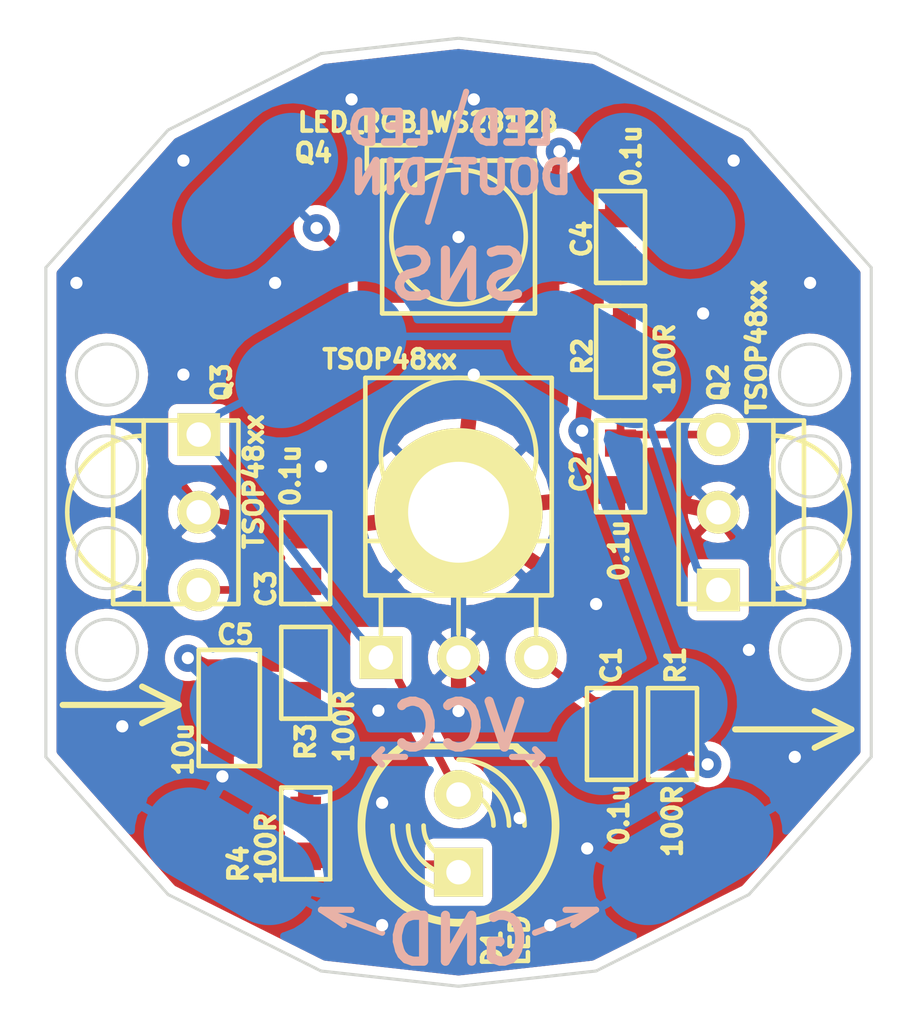
<source format=kicad_pcb>
(kicad_pcb (version 4) (host pcbnew 4.0.2-stable)

  (general
    (links 33)
    (no_connects 0)
    (area 133.5 88.25 163.500001 121.750001)
    (thickness 1.6)
    (drawings 49)
    (tracks 267)
    (zones 0)
    (modules 23)
    (nets 10)
  )

  (page A4)
  (layers
    (0 F.Cu signal)
    (31 B.Cu signal)
    (36 B.SilkS user)
    (37 F.SilkS user)
    (38 B.Mask user)
    (39 F.Mask user)
    (40 Dwgs.User user hide)
    (44 Edge.Cuts user)
  )

  (setup
    (last_trace_width 0.25)
    (trace_clearance 0.2)
    (zone_clearance 0.3)
    (zone_45_only no)
    (trace_min 0.2)
    (segment_width 0.2)
    (edge_width 0.1)
    (via_size 0.9)
    (via_drill 0.4)
    (via_min_size 0.4)
    (via_min_drill 0.3)
    (uvia_size 0.3)
    (uvia_drill 0.1)
    (uvias_allowed no)
    (uvia_min_size 0.2)
    (uvia_min_drill 0.1)
    (pcb_text_width 0.3)
    (pcb_text_size 1.5 1.5)
    (mod_edge_width 0.15)
    (mod_text_size 1 1)
    (mod_text_width 0.15)
    (pad_size 1.524 1.524)
    (pad_drill 0.762)
    (pad_to_mask_clearance 0.1)
    (aux_axis_origin 0 0)
    (visible_elements 7FFFF77F)
    (pcbplotparams
      (layerselection 0x010f0_80000001)
      (usegerberextensions true)
      (excludeedgelayer true)
      (linewidth 0.100000)
      (plotframeref false)
      (viasonmask false)
      (mode 1)
      (useauxorigin false)
      (hpglpennumber 1)
      (hpglpenspeed 20)
      (hpglpendiameter 15)
      (hpglpenoverlay 2)
      (psnegative false)
      (psa4output false)
      (plotreference true)
      (plotvalue true)
      (plotinvisibletext false)
      (padsonsilk false)
      (subtractmaskfromsilk false)
      (outputformat 1)
      (mirror false)
      (drillshape 0)
      (scaleselection 1)
      (outputdirectory Gerber))
  )

  (net 0 "")
  (net 1 "Net-(C1-Pad1)")
  (net 2 GND)
  (net 3 "Net-(C2-Pad1)")
  (net 4 "Net-(C3-Pad1)")
  (net 5 VCC)
  (net 6 /SNS)
  (net 7 /LED_DIN)
  (net 8 /LED_DOUT)
  (net 9 "Net-(D1-PadA)")

  (net_class Default "This is the default net class."
    (clearance 0.2)
    (trace_width 0.25)
    (via_dia 0.9)
    (via_drill 0.4)
    (uvia_dia 0.3)
    (uvia_drill 0.1)
    (add_net /LED_DIN)
    (add_net /LED_DOUT)
    (add_net /SNS)
    (add_net "Net-(C1-Pad1)")
    (add_net "Net-(C2-Pad1)")
    (add_net "Net-(C3-Pad1)")
    (add_net "Net-(D1-PadA)")
  )

  (net_class Wide ""
    (clearance 0.2)
    (trace_width 0.5)
    (via_dia 0.9)
    (via_drill 0.4)
    (uvia_dia 0.3)
    (uvia_drill 0.1)
    (add_net GND)
    (add_net VCC)
  )

  (module Capacitors:CAP_0603 (layer F.Cu) (tedit 56F1CB14) (tstamp 56F1AE3F)
    (at 153.5 112.25 270)
    (path /56F1919B)
    (attr smd)
    (fp_text reference C1 (at -2.25 0 270) (layer F.SilkS)
      (effects (font (size 0.6 0.6) (thickness 0.15)))
    )
    (fp_text value 0.1u (at 2.65 -0.25 270) (layer F.SilkS)
      (effects (font (size 0.6 0.6) (thickness 0.15)))
    )
    (fp_line (start -1.5 0) (end -1.5 -0.8) (layer F.SilkS) (width 0.15))
    (fp_line (start -1.5 -0.8) (end 1.5 -0.8) (layer F.SilkS) (width 0.15))
    (fp_line (start 1.5 -0.8) (end 1.5 0.8) (layer F.SilkS) (width 0.15))
    (fp_line (start 1.5 0.8) (end -1.5 0.8) (layer F.SilkS) (width 0.15))
    (fp_line (start -1.5 0.8) (end -1.5 0) (layer F.SilkS) (width 0.15))
    (pad 1 smd rect (at -0.762 0 270) (size 0.889 1.016) (layers F.Cu F.Mask)
      (net 1 "Net-(C1-Pad1)"))
    (pad 2 smd rect (at 0.762 0 270) (size 0.889 1.016) (layers F.Cu F.Mask)
      (net 2 GND))
    (model 3d\c_0603.wrl
      (at (xyz 0 0 0))
      (scale (xyz 1 1 1))
      (rotate (xyz 0 0 0))
    )
  )

  (module Capacitors:CAP_0603 (layer F.Cu) (tedit 56F1CB2A) (tstamp 56F1AE45)
    (at 153.8 103.5 270)
    (path /56F19527)
    (attr smd)
    (fp_text reference C2 (at 0.25 1.3 270) (layer F.SilkS)
      (effects (font (size 0.6 0.6) (thickness 0.15)))
    )
    (fp_text value 0.1u (at 2.75 0.05 270) (layer F.SilkS)
      (effects (font (size 0.6 0.6) (thickness 0.15)))
    )
    (fp_line (start -1.5 0) (end -1.5 -0.8) (layer F.SilkS) (width 0.15))
    (fp_line (start -1.5 -0.8) (end 1.5 -0.8) (layer F.SilkS) (width 0.15))
    (fp_line (start 1.5 -0.8) (end 1.5 0.8) (layer F.SilkS) (width 0.15))
    (fp_line (start 1.5 0.8) (end -1.5 0.8) (layer F.SilkS) (width 0.15))
    (fp_line (start -1.5 0.8) (end -1.5 0) (layer F.SilkS) (width 0.15))
    (pad 1 smd rect (at -0.762 0 270) (size 0.889 1.016) (layers F.Cu F.Mask)
      (net 3 "Net-(C2-Pad1)"))
    (pad 2 smd rect (at 0.762 0 270) (size 0.889 1.016) (layers F.Cu F.Mask)
      (net 2 GND))
    (model 3d\c_0603.wrl
      (at (xyz 0 0 0))
      (scale (xyz 1 1 1))
      (rotate (xyz 0 0 0))
    )
  )

  (module Capacitors:CAP_0603 (layer F.Cu) (tedit 56F1CB4D) (tstamp 56F1AE4B)
    (at 143.5 106.5 90)
    (path /56F19711)
    (attr smd)
    (fp_text reference C3 (at -1 -1.3 90) (layer F.SilkS)
      (effects (font (size 0.6 0.6) (thickness 0.15)))
    )
    (fp_text value 0.1u (at 2.7 -0.5 90) (layer F.SilkS)
      (effects (font (size 0.6 0.6) (thickness 0.15)))
    )
    (fp_line (start -1.5 0) (end -1.5 -0.8) (layer F.SilkS) (width 0.15))
    (fp_line (start -1.5 -0.8) (end 1.5 -0.8) (layer F.SilkS) (width 0.15))
    (fp_line (start 1.5 -0.8) (end 1.5 0.8) (layer F.SilkS) (width 0.15))
    (fp_line (start 1.5 0.8) (end -1.5 0.8) (layer F.SilkS) (width 0.15))
    (fp_line (start -1.5 0.8) (end -1.5 0) (layer F.SilkS) (width 0.15))
    (pad 1 smd rect (at -0.762 0 90) (size 0.889 1.016) (layers F.Cu F.Mask)
      (net 4 "Net-(C3-Pad1)"))
    (pad 2 smd rect (at 0.762 0 90) (size 0.889 1.016) (layers F.Cu F.Mask)
      (net 2 GND))
    (model 3d\c_0603.wrl
      (at (xyz 0 0 0))
      (scale (xyz 1 1 1))
      (rotate (xyz 0 0 0))
    )
  )

  (module Capacitors:CAP_0603 (layer F.Cu) (tedit 56F1CB37) (tstamp 56F1AE51)
    (at 153.8 96 90)
    (path /56F18D33)
    (attr smd)
    (fp_text reference C4 (at -0.0635 -1.27 90) (layer F.SilkS)
      (effects (font (size 0.6 0.6) (thickness 0.15)))
    )
    (fp_text value 0.1u (at 2.65 0.35 90) (layer F.SilkS)
      (effects (font (size 0.6 0.6) (thickness 0.15)))
    )
    (fp_line (start -1.5 0) (end -1.5 -0.8) (layer F.SilkS) (width 0.15))
    (fp_line (start -1.5 -0.8) (end 1.5 -0.8) (layer F.SilkS) (width 0.15))
    (fp_line (start 1.5 -0.8) (end 1.5 0.8) (layer F.SilkS) (width 0.15))
    (fp_line (start 1.5 0.8) (end -1.5 0.8) (layer F.SilkS) (width 0.15))
    (fp_line (start -1.5 0.8) (end -1.5 0) (layer F.SilkS) (width 0.15))
    (pad 1 smd rect (at -0.762 0 90) (size 0.889 1.016) (layers F.Cu F.Mask)
      (net 5 VCC))
    (pad 2 smd rect (at 0.762 0 90) (size 0.889 1.016) (layers F.Cu F.Mask)
      (net 2 GND))
    (model 3d\c_0603.wrl
      (at (xyz 0 0 0))
      (scale (xyz 1 1 1))
      (rotate (xyz 0 0 0))
    )
  )

  (module Capacitors:CAP_0805 (layer F.Cu) (tedit 56F1CADD) (tstamp 56F1AE57)
    (at 141 111.4 270)
    (path /56F1B884)
    (attr smd)
    (fp_text reference C5 (at -2.4 -0.2 360) (layer F.SilkS)
      (effects (font (size 0.6 0.6) (thickness 0.15)))
    )
    (fp_text value 10u (at 1.35 1.5 450) (layer F.SilkS)
      (effects (font (size 0.6 0.6) (thickness 0.15)))
    )
    (fp_line (start -1.9 -1) (end 1.9 -1) (layer F.SilkS) (width 0.15))
    (fp_line (start 1.9 -1) (end 1.9 1) (layer F.SilkS) (width 0.15))
    (fp_line (start 1.9 1) (end -1.9 1) (layer F.SilkS) (width 0.15))
    (fp_line (start -1.9 1) (end -1.9 -1) (layer F.SilkS) (width 0.15))
    (pad 1 smd rect (at -1.016 0 270) (size 1.143 1.397) (layers F.Cu F.Mask)
      (net 5 VCC))
    (pad 2 smd rect (at 1.016 0 270) (size 1.143 1.397) (layers F.Cu F.Mask)
      (net 2 GND))
    (model 3d\c_0805.wrl
      (at (xyz 0 0 0))
      (scale (xyz 1 1 1))
      (rotate (xyz 0 0 0))
    )
  )

  (module Sensors:TSOP48xx (layer F.Cu) (tedit 56F1CB1E) (tstamp 56F1AE6F)
    (at 157 105 90)
    (path /56F19514)
    (fp_text reference Q2 (at 4.25 0 90) (layer F.SilkS)
      (effects (font (size 0.6 0.6) (thickness 0.15)))
    )
    (fp_text value TSOP48xx (at 5.4 1.25 90) (layer F.SilkS)
      (effects (font (size 0.6 0.6) (thickness 0.15)))
    )
    (fp_line (start -3 1.8) (end 3 1.8) (layer F.SilkS) (width 0.15))
    (fp_arc (start 0 1.8) (end 0 4.3) (angle 90) (layer F.SilkS) (width 0.15))
    (fp_arc (start 0 1.8) (end 2.5 1.8) (angle 90) (layer F.SilkS) (width 0.15))
    (fp_line (start -3 0) (end -3 -1.3) (layer F.SilkS) (width 0.15))
    (fp_line (start -3 -1.3) (end 3 -1.3) (layer F.SilkS) (width 0.15))
    (fp_line (start 3 -1.3) (end 3 0) (layer F.SilkS) (width 0.15))
    (fp_line (start 3 0) (end 3 2.8) (layer F.SilkS) (width 0.15))
    (fp_line (start 3 2.8) (end -3 2.8) (layer F.SilkS) (width 0.15))
    (fp_line (start -3 2.8) (end -3 0) (layer F.SilkS) (width 0.15))
    (pad 2 thru_hole circle (at 0 0 90) (size 1.4 1.4) (drill 0.8) (layers *.Cu *.Mask F.SilkS)
      (net 2 GND))
    (pad 3 thru_hole circle (at 2.54 0 90) (size 1.4 1.4) (drill 0.8) (layers *.Cu *.Mask F.SilkS)
      (net 3 "Net-(C2-Pad1)"))
    (pad 1 thru_hole rect (at -2.54 0 90) (size 1.4 1.4) (drill 0.8) (layers *.Cu *.Mask F.SilkS)
      (net 6 /SNS))
  )

  (module Sensors:TSOP48xx (layer F.Cu) (tedit 56F1CB47) (tstamp 56F1AE76)
    (at 140 105 270)
    (path /56F196FE)
    (fp_text reference Q3 (at -4.25 -0.75 270) (layer F.SilkS)
      (effects (font (size 0.6 0.6) (thickness 0.15)))
    )
    (fp_text value TSOP48xx (at -1 -1.8 270) (layer F.SilkS)
      (effects (font (size 0.6 0.6) (thickness 0.15)))
    )
    (fp_line (start -3 1.8) (end 3 1.8) (layer F.SilkS) (width 0.15))
    (fp_arc (start 0 1.8) (end 0 4.3) (angle 90) (layer F.SilkS) (width 0.15))
    (fp_arc (start 0 1.8) (end 2.5 1.8) (angle 90) (layer F.SilkS) (width 0.15))
    (fp_line (start -3 0) (end -3 -1.3) (layer F.SilkS) (width 0.15))
    (fp_line (start -3 -1.3) (end 3 -1.3) (layer F.SilkS) (width 0.15))
    (fp_line (start 3 -1.3) (end 3 0) (layer F.SilkS) (width 0.15))
    (fp_line (start 3 0) (end 3 2.8) (layer F.SilkS) (width 0.15))
    (fp_line (start 3 2.8) (end -3 2.8) (layer F.SilkS) (width 0.15))
    (fp_line (start -3 2.8) (end -3 0) (layer F.SilkS) (width 0.15))
    (pad 2 thru_hole circle (at 0 0 270) (size 1.4 1.4) (drill 0.8) (layers *.Cu *.Mask F.SilkS)
      (net 2 GND))
    (pad 3 thru_hole circle (at 2.54 0 270) (size 1.4 1.4) (drill 0.8) (layers *.Cu *.Mask F.SilkS)
      (net 4 "Net-(C3-Pad1)"))
    (pad 1 thru_hole rect (at -2.54 0 270) (size 1.4 1.4) (drill 0.8) (layers *.Cu *.Mask F.SilkS)
      (net 6 /SNS))
  )

  (module LEDs:LED_WS2812B (layer F.Cu) (tedit 56FE0746) (tstamp 56F1AE7E)
    (at 148.5 96 180)
    (path /56F18C74)
    (fp_text reference Q4 (at 4.75 2.75 360) (layer F.SilkS)
      (effects (font (size 0.6 0.6) (thickness 0.15)))
    )
    (fp_text value LED_RGB_WS2812B (at 1 3.75 360) (layer F.SilkS)
      (effects (font (size 0.6 0.6) (thickness 0.15)))
    )
    (fp_line (start 1.4 3) (end 3 3) (layer F.SilkS) (width 0.15))
    (fp_line (start 3 3) (end 3 2.2) (layer F.SilkS) (width 0.15))
    (fp_line (start 1.5 2.5) (end 2.5 1.5) (layer F.SilkS) (width 0.15))
    (fp_circle (center 0 0) (end 0 2.19964) (layer F.SilkS) (width 0.14986))
    (fp_line (start 2.49936 -2.49936) (end 2.49936 2.49936) (layer F.SilkS) (width 0.14986))
    (fp_line (start 2.49936 2.49936) (end -2.49936 2.49936) (layer F.SilkS) (width 0.14986))
    (fp_line (start -2.49936 2.49936) (end -2.49936 -2.49936) (layer F.SilkS) (width 0.14986))
    (fp_line (start -2.49936 -2.49936) (end 2.49936 -2.49936) (layer F.SilkS) (width 0.14986))
    (pad 4 smd rect (at 2.5 -1.6 180) (size 1.6 1.1) (layers F.Cu F.Mask)
      (net 7 /LED_DIN))
    (pad 3 smd rect (at 2.5 1.6 180) (size 1.6 1.1) (layers F.Cu F.Mask)
      (net 2 GND))
    (pad 1 smd rect (at -2.5 -1.6 180) (size 1.6 1.1) (layers F.Cu F.Mask)
      (net 5 VCC))
    (pad 2 smd rect (at -2.5 1.6 180) (size 1.6 1.1) (layers F.Cu F.Mask)
      (net 8 /LED_DOUT))
  )

  (module Resistors:RES_0603 (layer F.Cu) (tedit 56F1CB16) (tstamp 56F1AE84)
    (at 155.5 112.25 90)
    (path /56F191AC)
    (attr smd)
    (fp_text reference R1 (at 2.25 0.1 90) (layer F.SilkS)
      (effects (font (size 0.6 0.6) (thickness 0.15)))
    )
    (fp_text value 100R (at -2.85 0 90) (layer F.SilkS)
      (effects (font (size 0.6 0.6) (thickness 0.15)))
    )
    (fp_line (start -1.5 0) (end -1.5 -0.8) (layer F.SilkS) (width 0.15))
    (fp_line (start -1.5 -0.8) (end 1.5 -0.8) (layer F.SilkS) (width 0.15))
    (fp_line (start 1.5 -0.8) (end 1.5 0.8) (layer F.SilkS) (width 0.15))
    (fp_line (start 1.5 0.8) (end -1.5 0.8) (layer F.SilkS) (width 0.15))
    (fp_line (start -1.5 0.8) (end -1.5 0) (layer F.SilkS) (width 0.15))
    (pad 1 smd rect (at -0.75 0 90) (size 0.9 1) (layers F.Cu F.Mask)
      (net 5 VCC))
    (pad 2 smd rect (at 0.75 0 90) (size 0.9 1) (layers F.Cu F.Mask)
      (net 1 "Net-(C1-Pad1)"))
    (model 3d\r_0603.wrl
      (at (xyz 0 0 0))
      (scale (xyz 1 1 1))
      (rotate (xyz 0 0 0))
    )
  )

  (module Resistors:RES_0603 (layer F.Cu) (tedit 56F1CB25) (tstamp 56F1AE8A)
    (at 153.8 99.75 270)
    (path /56F1952E)
    (attr smd)
    (fp_text reference R2 (at 0.15 1.25 270) (layer F.SilkS)
      (effects (font (size 0.6 0.6) (thickness 0.15)))
    )
    (fp_text value 100R (at 0.25 -1.45 270) (layer F.SilkS)
      (effects (font (size 0.6 0.6) (thickness 0.15)))
    )
    (fp_line (start -1.5 0) (end -1.5 -0.8) (layer F.SilkS) (width 0.15))
    (fp_line (start -1.5 -0.8) (end 1.5 -0.8) (layer F.SilkS) (width 0.15))
    (fp_line (start 1.5 -0.8) (end 1.5 0.8) (layer F.SilkS) (width 0.15))
    (fp_line (start 1.5 0.8) (end -1.5 0.8) (layer F.SilkS) (width 0.15))
    (fp_line (start -1.5 0.8) (end -1.5 0) (layer F.SilkS) (width 0.15))
    (pad 1 smd rect (at -0.75 0 270) (size 0.9 1) (layers F.Cu F.Mask)
      (net 5 VCC))
    (pad 2 smd rect (at 0.75 0 270) (size 0.9 1) (layers F.Cu F.Mask)
      (net 3 "Net-(C2-Pad1)"))
    (model 3d\r_0603.wrl
      (at (xyz 0 0 0))
      (scale (xyz 1 1 1))
      (rotate (xyz 0 0 0))
    )
  )

  (module Resistors:RES_0603 (layer F.Cu) (tedit 56F1CAE8) (tstamp 56F1AE90)
    (at 143.5 110.25 90)
    (path /56F19718)
    (attr smd)
    (fp_text reference R3 (at -2.25 0 90) (layer F.SilkS)
      (effects (font (size 0.6 0.6) (thickness 0.15)))
    )
    (fp_text value 100R (at -1.75 1.25 90) (layer F.SilkS)
      (effects (font (size 0.6 0.6) (thickness 0.15)))
    )
    (fp_line (start -1.5 0) (end -1.5 -0.8) (layer F.SilkS) (width 0.15))
    (fp_line (start -1.5 -0.8) (end 1.5 -0.8) (layer F.SilkS) (width 0.15))
    (fp_line (start 1.5 -0.8) (end 1.5 0.8) (layer F.SilkS) (width 0.15))
    (fp_line (start 1.5 0.8) (end -1.5 0.8) (layer F.SilkS) (width 0.15))
    (fp_line (start -1.5 0.8) (end -1.5 0) (layer F.SilkS) (width 0.15))
    (pad 1 smd rect (at -0.75 0 90) (size 0.9 1) (layers F.Cu F.Mask)
      (net 5 VCC))
    (pad 2 smd rect (at 0.75 0 90) (size 0.9 1) (layers F.Cu F.Mask)
      (net 4 "Net-(C3-Pad1)"))
    (model 3d\r_0603.wrl
      (at (xyz 0 0 0))
      (scale (xyz 1 1 1))
      (rotate (xyz 0 0 0))
    )
  )

  (module Sensors:TSOP48xx_Horiz (layer F.Cu) (tedit 553BDDCD) (tstamp 56F1B3C4)
    (at 148.5 109.75)
    (descr "IR Receiver Horizontal position")
    (path /56F19043)
    (fp_text reference Q1 (at 0 -6.604) (layer F.SilkS)
      (effects (font (size 0.6 0.6) (thickness 0.15)))
    )
    (fp_text value TSOP48xx (at -2.25 -9.75) (layer F.SilkS)
      (effects (font (size 0.6 0.6) (thickness 0.15)))
    )
    (fp_line (start 2.54 -2.032) (end 2.54 -0.762) (layer F.SilkS) (width 0.15))
    (fp_line (start 0 -2.032) (end 0 -0.762) (layer F.SilkS) (width 0.15))
    (fp_line (start -2.54 -2.032) (end -2.54 -0.762) (layer F.SilkS) (width 0.15))
    (fp_circle (center 0 -6.604) (end 2.54 -6.604) (layer F.SilkS) (width 0.15))
    (fp_line (start -3.048 -3.81) (end 3.048 -3.81) (layer F.SilkS) (width 0.15))
    (fp_line (start -3.048 -2.032) (end -3.048 -9.144) (layer F.SilkS) (width 0.15))
    (fp_line (start -3.048 -9.144) (end 3.048 -9.144) (layer F.SilkS) (width 0.15))
    (fp_line (start 3.048 -9.144) (end 3.048 -2.032) (layer F.SilkS) (width 0.15))
    (fp_line (start -3.048 -2.032) (end 3.048 -2.032) (layer F.SilkS) (width 0.15))
    (pad 2 thru_hole circle (at 0 0) (size 1.4 1.4) (drill 0.8) (layers *.Cu *.Mask F.SilkS)
      (net 2 GND))
    (pad 3 thru_hole circle (at 2.54 0) (size 1.4 1.4) (drill 0.8) (layers *.Cu *.Mask F.SilkS)
      (net 1 "Net-(C1-Pad1)"))
    (pad 1 thru_hole rect (at -2.54 0) (size 1.4 1.4) (drill 0.8) (layers *.Cu *.Mask F.SilkS)
      (net 6 /SNS))
  )

  (module PCB:Hole3d3_out5d5mm (layer F.Cu) (tedit 56F1BC26) (tstamp 56F1BCDA)
    (at 148.5 105)
    (path /56F19D7F)
    (fp_text reference HOLE1 (at 0 3.2004) (layer F.SilkS) hide
      (effects (font (size 0.127 0.127) (thickness 0.00254)))
    )
    (fp_text value HOLE_METALLED (at -0.09906 -3.2004) (layer F.SilkS) hide
      (effects (font (size 0.127 0.127) (thickness 0.00254)))
    )
    (pad H thru_hole circle (at 0 0) (size 5.5 5.5) (drill 3.3) (layers *.Cu *.Mask F.SilkS)
      (net 2 GND))
  )

  (module LEDs:LED_Through-Hole-5mm (layer F.Cu) (tedit 5539F948) (tstamp 56F295BF)
    (at 148.5 115.5 90)
    (descr "LED 5mm - Lead pitch 100mil (2,54mm)")
    (tags "LED led 5mm 5MM 100mil 2,54mm")
    (path /56F295DE)
    (attr virtual)
    (fp_text reference D1 (at -3.75 1.1 90) (layer F.SilkS)
      (effects (font (size 0.6 0.6) (thickness 0.15)))
    )
    (fp_text value LED (at -3.5 2 90) (layer F.SilkS)
      (effects (font (size 0.59944 0.59944) (thickness 0.14986)))
    )
    (fp_line (start 2.8448 1.905) (end 2.8448 -1.905) (layer F.SilkS) (width 0.2032))
    (fp_arc (start 0.254 0) (end 2.794 1.905) (angle 286.2) (layer F.SilkS) (width 0.254))
    (fp_arc (start 0.254 0) (end -0.889 0) (angle 90) (layer F.SilkS) (width 0.1524))
    (fp_arc (start 0.254 0) (end 1.397 0) (angle 90) (layer F.SilkS) (width 0.1524))
    (fp_arc (start 0.254 0) (end -1.397 0) (angle 90) (layer F.SilkS) (width 0.1524))
    (fp_arc (start 0.254 0) (end 1.905 0) (angle 90) (layer F.SilkS) (width 0.1524))
    (fp_arc (start 0.254 0) (end -1.905 0) (angle 90) (layer F.SilkS) (width 0.1524))
    (fp_arc (start 0.254 0) (end 2.413 0) (angle 90) (layer F.SilkS) (width 0.1524))
    (pad A thru_hole rect (at -1.27 0 90) (size 1.6 1.6) (drill 0.8) (layers *.Cu *.Mask F.SilkS)
      (net 9 "Net-(D1-PadA)"))
    (pad C thru_hole circle (at 1.27 0 90) (size 1.6 1.6) (drill 0.8) (layers *.Cu *.Mask F.SilkS)
      (net 6 /SNS))
    (model discret/leds/led5_vertical_verde.wrl
      (at (xyz 0 0 0))
      (scale (xyz 1 1 1))
      (rotate (xyz 0 0 0))
    )
  )

  (module Resistors:RES_0603 (layer F.Cu) (tedit 551BC51A) (tstamp 56F295C5)
    (at 143.5 115.5 90)
    (path /56F29C8D)
    (attr smd)
    (fp_text reference R4 (at -1 -2.2 90) (layer F.SilkS)
      (effects (font (size 0.6 0.6) (thickness 0.15)))
    )
    (fp_text value 100R (at -0.5 -1.3 90) (layer F.SilkS)
      (effects (font (size 0.6 0.6) (thickness 0.15)))
    )
    (fp_line (start -1.5 0) (end -1.5 -0.8) (layer F.SilkS) (width 0.15))
    (fp_line (start -1.5 -0.8) (end 1.5 -0.8) (layer F.SilkS) (width 0.15))
    (fp_line (start 1.5 -0.8) (end 1.5 0.8) (layer F.SilkS) (width 0.15))
    (fp_line (start 1.5 0.8) (end -1.5 0.8) (layer F.SilkS) (width 0.15))
    (fp_line (start -1.5 0.8) (end -1.5 0) (layer F.SilkS) (width 0.15))
    (pad 1 smd rect (at -0.75 0 90) (size 0.9 1) (layers F.Cu F.Mask)
      (net 9 "Net-(D1-PadA)"))
    (pad 2 smd rect (at 0.75 0 90) (size 0.9 1) (layers F.Cu F.Mask)
      (net 5 VCC))
    (model 3d\r_0603.wrl
      (at (xyz 0 0 0))
      (scale (xyz 1 1 1))
      (rotate (xyz 0 0 0))
    )
  )

  (module PCB:Oval6x3 (layer B.Cu) (tedit 56FE0797) (tstamp 56FD0834)
    (at 141 116.25 150)
    (path /56FC3972)
    (fp_text reference XL1 (at -0.1 -2 150) (layer B.SilkS) hide
      (effects (font (size 0.6 0.6) (thickness 0.15)) (justify mirror))
    )
    (fp_text value CONN_1 (at -0.1 2 150) (layer B.SilkS) hide
      (effects (font (size 0.6 0.6) (thickness 0.15)) (justify mirror))
    )
    (pad 1 smd oval (at 0 0 150) (size 6 3) (layers B.Cu B.Mask)
      (net 2 GND))
  )

  (module PCB:Oval6x3 (layer B.Cu) (tedit 56FE07A0) (tstamp 56FD0838)
    (at 142.5 112 330)
    (path /56FC3A1A)
    (fp_text reference XL2 (at -0.1 -2 330) (layer B.SilkS) hide
      (effects (font (size 0.6 0.6) (thickness 0.15)) (justify mirror))
    )
    (fp_text value CONN_1 (at -0.1 2 330) (layer B.SilkS) hide
      (effects (font (size 0.6 0.6) (thickness 0.15)) (justify mirror))
    )
    (pad 1 smd oval (at 0 0 330) (size 6 3) (layers B.Cu B.Mask)
      (net 5 VCC))
  )

  (module PCB:Oval6x3 (layer B.Cu) (tedit 56FE07BD) (tstamp 56FD0840)
    (at 144 100 30)
    (path /56FC3A98)
    (fp_text reference XL3 (at -0.1 -2 30) (layer B.SilkS) hide
      (effects (font (size 0.6 0.6) (thickness 0.15)) (justify mirror))
    )
    (fp_text value CONN_1 (at -0.1 2 30) (layer B.SilkS) hide
      (effects (font (size 0.6 0.6) (thickness 0.15)) (justify mirror))
    )
    (pad 1 smd oval (at 0 0 30) (size 6 3) (layers B.Cu B.Mask)
      (net 6 /SNS))
  )

  (module PCB:Oval6x3 (layer B.Cu) (tedit 56FE07CE) (tstamp 56FD0845)
    (at 142 94.5 45)
    (path /56FC3A9E)
    (fp_text reference XL4 (at -0.1 -2 45) (layer B.SilkS) hide
      (effects (font (size 0.6 0.6) (thickness 0.15)) (justify mirror))
    )
    (fp_text value CONN_1 (at -0.1 2 45) (layer B.SilkS) hide
      (effects (font (size 0.6 0.6) (thickness 0.15)) (justify mirror))
    )
    (pad 1 smd oval (at 0 0 45) (size 6 3) (layers B.Cu B.Mask)
      (net 7 /LED_DIN))
  )

  (module PCB:Oval6x3 (layer B.Cu) (tedit 56FE07AF) (tstamp 56FD084A)
    (at 156 116.25 30)
    (path /56FC3B47)
    (fp_text reference XL5 (at -0.1 -2 30) (layer B.SilkS) hide
      (effects (font (size 0.6 0.6) (thickness 0.15)) (justify mirror))
    )
    (fp_text value CONN_1 (at -0.1 2 30) (layer B.SilkS) hide
      (effects (font (size 0.6 0.6) (thickness 0.15)) (justify mirror))
    )
    (pad 1 smd oval (at 0 0 30) (size 6 3) (layers B.Cu B.Mask)
      (net 2 GND))
  )

  (module PCB:Oval6x3 (layer B.Cu) (tedit 56FE07A8) (tstamp 56FD084F)
    (at 154.5 112 30)
    (path /56FC3B4D)
    (fp_text reference XL6 (at -0.1 -2 30) (layer B.SilkS) hide
      (effects (font (size 0.6 0.6) (thickness 0.15)) (justify mirror))
    )
    (fp_text value CONN_1 (at -0.1 2 30) (layer B.SilkS) hide
      (effects (font (size 0.6 0.6) (thickness 0.15)) (justify mirror))
    )
    (pad 1 smd oval (at 0 0 30) (size 6 3) (layers B.Cu B.Mask)
      (net 5 VCC))
  )

  (module PCB:Oval6x3 (layer B.Cu) (tedit 56FE07B6) (tstamp 56FD0854)
    (at 153 100 150)
    (path /56FC3B53)
    (fp_text reference XL7 (at -0.1 -2 150) (layer B.SilkS) hide
      (effects (font (size 0.6 0.6) (thickness 0.15)) (justify mirror))
    )
    (fp_text value CONN_1 (at -0.1 2 150) (layer B.SilkS) hide
      (effects (font (size 0.6 0.6) (thickness 0.15)) (justify mirror))
    )
    (pad 1 smd oval (at 0 0 150) (size 6 3) (layers B.Cu B.Mask)
      (net 6 /SNS))
  )

  (module PCB:Oval6x3 (layer B.Cu) (tedit 56FE07CB) (tstamp 56FD0859)
    (at 155 94.5 135)
    (path /56FC3B59)
    (fp_text reference XL8 (at -0.1 -2 135) (layer B.SilkS) hide
      (effects (font (size 0.6 0.6) (thickness 0.15)) (justify mirror))
    )
    (fp_text value CONN_1 (at -0.1 2 135) (layer B.SilkS) hide
      (effects (font (size 0.6 0.6) (thickness 0.15)) (justify mirror))
    )
    (pad 1 smd oval (at 0 0 135) (size 6 3) (layers B.Cu B.Mask)
      (net 8 /LED_DOUT))
  )

  (gr_line (start 145.75 113) (end 146 113.25) (angle 90) (layer B.SilkS) (width 0.2))
  (gr_line (start 145.75 113) (end 146 112.75) (angle 90) (layer B.SilkS) (width 0.2))
  (gr_line (start 146.75 113) (end 145.75 113) (angle 90) (layer B.SilkS) (width 0.2))
  (gr_line (start 151.25 113) (end 151 113.25) (angle 90) (layer B.SilkS) (width 0.2))
  (gr_line (start 151.25 113) (end 151 112.75) (angle 90) (layer B.SilkS) (width 0.2))
  (gr_line (start 150.25 113) (end 151.25 113) (angle 90) (layer B.SilkS) (width 0.2))
  (gr_line (start 144 118) (end 144.75 118.5) (angle 90) (layer B.SilkS) (width 0.2))
  (gr_line (start 144 118) (end 145 118) (angle 90) (layer B.SilkS) (width 0.2))
  (gr_line (start 153 118) (end 152.25 118.5) (angle 90) (layer B.SilkS) (width 0.2))
  (gr_line (start 153 118) (end 152 118) (angle 90) (layer B.SilkS) (width 0.2))
  (gr_line (start 151 118.75) (end 153 118) (angle 90) (layer B.SilkS) (width 0.2))
  (gr_line (start 144 118) (end 146 118.75) (angle 90) (layer B.SilkS) (width 0.2))
  (gr_text GND (at 148.5 119) (layer B.SilkS)
    (effects (font (size 1.5 1.5) (thickness 0.3)) (justify mirror))
  )
  (gr_text VCC (at 148.5 112) (layer B.SilkS)
    (effects (font (size 1.5 1.5) (thickness 0.3)) (justify mirror))
  )
  (gr_text SNS (at 148.5 97.25) (layer B.SilkS)
    (effects (font (size 1.5 1.5) (thickness 0.3)) (justify mirror))
  )
  (gr_line (start 147.5 95.5) (end 148.75 91.25) (angle 90) (layer B.SilkS) (width 0.2))
  (gr_text "LED\nDOUT" (at 150.25 93.25) (layer B.SilkS)
    (effects (font (size 1 1) (thickness 0.25)) (justify mirror))
  )
  (gr_text "LED\nDIN" (at 146.25 93.25) (layer B.SilkS)
    (effects (font (size 1 1) (thickness 0.25)) (justify mirror))
  )
  (gr_line (start 158 117.5) (end 162 113) (angle 90) (layer Edge.Cuts) (width 0.1))
  (gr_line (start 153 120) (end 158 117.5) (angle 90) (layer Edge.Cuts) (width 0.1))
  (gr_line (start 148.5 120.5) (end 153 120) (angle 90) (layer Edge.Cuts) (width 0.1))
  (gr_line (start 144 120) (end 148.5 120.5) (angle 90) (layer Edge.Cuts) (width 0.1))
  (gr_line (start 139 117.5) (end 144 120) (angle 90) (layer Edge.Cuts) (width 0.1))
  (gr_line (start 135 113) (end 139 117.5) (angle 90) (layer Edge.Cuts) (width 0.1))
  (gr_line (start 153 90) (end 148.5 89.5) (angle 90) (layer Edge.Cuts) (width 0.1))
  (gr_line (start 158 92.5) (end 153 90) (angle 90) (layer Edge.Cuts) (width 0.1))
  (gr_line (start 162 97) (end 158 92.5) (angle 90) (layer Edge.Cuts) (width 0.1))
  (gr_line (start 144 90) (end 148.5 89.5) (angle 90) (layer Edge.Cuts) (width 0.1))
  (gr_line (start 139 92.5) (end 144 90) (angle 90) (layer Edge.Cuts) (width 0.1))
  (gr_line (start 135 97) (end 139 92.5) (angle 90) (layer Edge.Cuts) (width 0.1))
  (gr_circle (center 160 103.5) (end 161 103.5) (layer Edge.Cuts) (width 0.1) (tstamp 56FD08A3))
  (gr_circle (center 160 106.5) (end 161 106.5) (layer Edge.Cuts) (width 0.1) (tstamp 56FD08A2))
  (gr_circle (center 160 109.5) (end 161 109.5) (layer Edge.Cuts) (width 0.1) (tstamp 56FD08A1))
  (gr_circle (center 160 100.5) (end 161 100.5) (layer Edge.Cuts) (width 0.1) (tstamp 56FD08A0))
  (gr_circle (center 137 100.5) (end 138 100.5) (layer Edge.Cuts) (width 0.1) (tstamp 56F2D458))
  (gr_circle (center 137 109.5) (end 138 109.5) (layer Edge.Cuts) (width 0.1) (tstamp 56F2D457))
  (gr_circle (center 137 106.5) (end 138 106.5) (layer Edge.Cuts) (width 0.1) (tstamp 56F2D456))
  (gr_circle (center 137 103.5) (end 138 103.5) (layer Edge.Cuts) (width 0.1) (tstamp 56F2D455))
  (gr_line (start 161.35 112.1) (end 160.15 112.7) (angle 90) (layer F.SilkS) (width 0.2))
  (gr_line (start 161.35 112.1) (end 160.15 111.5) (angle 90) (layer F.SilkS) (width 0.2))
  (gr_line (start 161.35 112.1) (end 157.55 112.1) (angle 90) (layer F.SilkS) (width 0.2))
  (gr_line (start 139.35 111.3) (end 138.15 111.9) (angle 90) (layer F.SilkS) (width 0.2))
  (gr_line (start 139.35 111.3) (end 138.15 110.7) (angle 90) (layer F.SilkS) (width 0.2))
  (gr_line (start 135.55 111.3) (end 139.35 111.3) (angle 90) (layer F.SilkS) (width 0.2))
  (gr_line (start 162 97) (end 162 113) (layer Edge.Cuts) (width 0.1))
  (gr_line (start 135 97) (end 135 113) (layer Edge.Cuts) (width 0.1))
  (gr_line (start 148.5011 105.0036) (end 134.0011 105.0036) (layer Dwgs.User) (width 0.1))
  (gr_line (start 148.5011 113.7536) (end 148.5011 96.2536) (layer Dwgs.User) (width 0.1))
  (gr_line (start 148.5011 105.0036) (end 163.0011 105.0036) (layer Dwgs.User) (width 0.1))

  (segment (start 155.125 111.494) (end 155.5 111.5) (width 0.25) (layer F.Cu) (net 1))
  (segment (start 155 111.494) (end 155.125 111.494) (width 0.25) (layer F.Cu) (net 1))
  (segment (start 154.008 111.494) (end 155 111.494) (width 0.25) (layer F.Cu) (net 1))
  (segment (start 153.883 111.494) (end 154.008 111.494) (width 0.25) (layer F.Cu) (net 1))
  (segment (start 153.5 111.488) (end 153.883 111.494) (width 0.25) (layer F.Cu) (net 1))
  (segment (start 153.117 111.1685) (end 153.5 111.488) (width 0.25) (layer F.Cu) (net 1))
  (segment (start 152.992 111.1685) (end 153.117 111.1685) (width 0.25) (layer F.Cu) (net 1))
  (segment (start 152.9718 111.1685) (end 152.992 111.1685) (width 0.25) (layer F.Cu) (net 1))
  (segment (start 152.9336 111.1558) (end 152.9718 111.1685) (width 0.25) (layer F.Cu) (net 1))
  (segment (start 152.9175 111.1439) (end 152.9336 111.1558) (width 0.25) (layer F.Cu) (net 1))
  (segment (start 151.04 109.75) (end 152.9175 111.1439) (width 0.25) (layer F.Cu) (net 1))
  (via (at 140.7754 113.6376) (size 0.9) (layers F.Cu B.Cu) (net 2))
  (via (at 152.7083 115.9933) (size 0.9) (layers F.Cu B.Cu) (net 2))
  (via (at 136 97.5) (size 0.9) (layers F.Cu B.Cu) (net 2))
  (via (at 139.5 100.5) (size 0.9) (layers F.Cu B.Cu) (net 2))
  (via (at 142.5 97.5) (size 0.9) (layers F.Cu B.Cu) (net 2))
  (via (at 139.5 93.5) (size 0.9) (layers F.Cu B.Cu) (net 2))
  (via (at 145 91.5) (size 0.9) (layers F.Cu B.Cu) (net 2))
  (via (at 148.5 96) (size 0.9) (layers F.Cu B.Cu) (net 2))
  (via (at 149 91.5) (size 0.9) (layers F.Cu B.Cu) (net 2))
  (via (at 157.5 93.5) (size 0.9) (layers F.Cu B.Cu) (net 2))
  (via (at 160 97.5) (size 0.9) (layers F.Cu B.Cu) (net 2))
  (via (at 156.5 98.5) (size 0.9) (layers F.Cu B.Cu) (net 2))
  (via (at 149 100.5) (size 0.9) (layers F.Cu B.Cu) (net 2))
  (via (at 144 103.5) (size 0.9) (layers F.Cu B.Cu) (net 2))
  (via (at 137.5 112) (size 0.9) (layers F.Cu B.Cu) (net 2))
  (via (at 148.5 111.5) (size 0.9) (layers F.Cu B.Cu) (net 2))
  (via (at 146 114.5) (size 0.9) (layers F.Cu B.Cu) (net 2))
  (via (at 150.5 115) (size 0.9) (layers F.Cu B.Cu) (net 2))
  (via (at 146 118.5) (size 0.9) (layers F.Cu B.Cu) (net 2))
  (via (at 151.5 118.5) (size 0.9) (layers F.Cu B.Cu) (net 2))
  (via (at 159.5 113) (size 0.9) (layers F.Cu B.Cu) (net 2))
  (via (at 158 109.5) (size 0.9) (layers F.Cu B.Cu) (net 2))
  (via (at 153 108) (size 0.9) (layers F.Cu B.Cu) (net 2))
  (via (at 145.8788 111.4868) (size 0.9) (layers F.Cu B.Cu) (net 2))
  (segment (start 145.8788 111.4868) (end 148.5 111.5) (width 0.5) (layer B.Cu) (net 2))
  (segment (start 148.5 105) (end 148.5 109.75) (width 0.5) (layer B.Cu) (net 2))
  (segment (start 139.701 115.5) (end 140.7754 113.6376) (width 0.5) (layer B.Cu) (net 2))
  (segment (start 141 116.25) (end 139.701 115.5) (width 0.5) (layer B.Cu) (net 2))
  (segment (start 154.701 117) (end 152.7083 115.9933) (width 0.5) (layer B.Cu) (net 2))
  (segment (start 156 116.25) (end 154.701 117) (width 0.5) (layer B.Cu) (net 2))
  (segment (start 149.6016 118.03) (end 152.7083 115.9933) (width 0.5) (layer B.Cu) (net 2))
  (segment (start 149.5341 118.0743) (end 149.6016 118.03) (width 0.5) (layer B.Cu) (net 2))
  (segment (start 149.3803 118.1201) (end 149.5341 118.0743) (width 0.5) (layer B.Cu) (net 2))
  (segment (start 149.3 118.1201) (end 149.3803 118.1201) (width 0.5) (layer B.Cu) (net 2))
  (segment (start 147.7 118.1201) (end 149.3 118.1201) (width 0.5) (layer B.Cu) (net 2))
  (segment (start 147.6718 118.1201) (end 147.7 118.1201) (width 0.5) (layer B.Cu) (net 2))
  (segment (start 147.6154 118.1143) (end 147.6718 118.1201) (width 0.5) (layer B.Cu) (net 2))
  (segment (start 147.5872 118.1084) (end 147.6154 118.1143) (width 0.5) (layer B.Cu) (net 2))
  (segment (start 142.299 117) (end 147.5872 118.1084) (width 0.5) (layer B.Cu) (net 2))
  (segment (start 141 116.25) (end 142.299 117) (width 0.5) (layer B.Cu) (net 2))
  (segment (start 146 114.5) (end 145.8788 111.4868) (width 0.5) (layer F.Cu) (net 2))
  (segment (start 151.5 118.5) (end 146 118.5) (width 0.5) (layer F.Cu) (net 2))
  (segment (start 150.5 115) (end 151.5 118.5) (width 0.5) (layer F.Cu) (net 2))
  (segment (start 148.5 111.5) (end 150.5 115) (width 0.5) (layer F.Cu) (net 2))
  (segment (start 148.5 111.5) (end 148.5 109.75) (width 0.5) (layer F.Cu) (net 2))
  (segment (start 158.139 106.5085) (end 157 105) (width 0.5) (layer F.Cu) (net 2))
  (segment (start 158.193 106.58) (end 158.139 106.5085) (width 0.5) (layer F.Cu) (net 2))
  (segment (start 158.25 106.7499) (end 158.193 106.58) (width 0.5) (layer F.Cu) (net 2))
  (segment (start 158.2501 106.84) (end 158.25 106.7499) (width 0.5) (layer F.Cu) (net 2))
  (segment (start 158.2501 108.24) (end 158.2501 106.84) (width 0.5) (layer F.Cu) (net 2))
  (segment (start 158.2501 108.2682) (end 158.2501 108.24) (width 0.5) (layer F.Cu) (net 2))
  (segment (start 158.2443 108.3246) (end 158.2501 108.2682) (width 0.5) (layer F.Cu) (net 2))
  (segment (start 158.2386 108.3519) (end 158.2443 108.3246) (width 0.5) (layer F.Cu) (net 2))
  (segment (start 158 109.5) (end 158.2386 108.3519) (width 0.5) (layer F.Cu) (net 2))
  (segment (start 158 109.5) (end 159.5 113) (width 0.5) (layer F.Cu) (net 2))
  (segment (start 153 108) (end 148.5 105) (width 0.5) (layer F.Cu) (net 2))
  (segment (start 160 97.5) (end 157.5 93.5) (width 0.5) (layer F.Cu) (net 2))
  (segment (start 160 97.5) (end 156.5 98.5) (width 0.5) (layer F.Cu) (net 2))
  (segment (start 154.308 94.7935) (end 153.8 95.238) (width 0.5) (layer F.Cu) (net 2))
  (segment (start 157.5 93.5) (end 154.308 94.7935) (width 0.5) (layer F.Cu) (net 2))
  (segment (start 145 91.5) (end 149 91.5) (width 0.5) (layer F.Cu) (net 2))
  (segment (start 145.45 94.1) (end 146 94.4) (width 0.5) (layer F.Cu) (net 2))
  (segment (start 145.45 93.85) (end 145.45 94.1) (width 0.5) (layer F.Cu) (net 2))
  (segment (start 145 91.5) (end 145.45 93.85) (width 0.5) (layer F.Cu) (net 2))
  (segment (start 139.5 100.5) (end 136 97.5) (width 0.5) (layer F.Cu) (net 2))
  (segment (start 138.861 103.4915) (end 140 105) (width 0.5) (layer F.Cu) (net 2))
  (segment (start 138.807 103.42) (end 138.861 103.4915) (width 0.5) (layer F.Cu) (net 2))
  (segment (start 138.75 103.2501) (end 138.807 103.42) (width 0.5) (layer F.Cu) (net 2))
  (segment (start 138.7499 103.16) (end 138.75 103.2501) (width 0.5) (layer F.Cu) (net 2))
  (segment (start 138.7499 101.76) (end 138.7499 103.16) (width 0.5) (layer F.Cu) (net 2))
  (segment (start 138.7499 101.6762) (end 138.7499 101.76) (width 0.5) (layer F.Cu) (net 2))
  (segment (start 138.7997 101.5164) (end 138.7499 101.6762) (width 0.5) (layer F.Cu) (net 2))
  (segment (start 138.847 101.4479) (end 138.7997 101.5164) (width 0.5) (layer F.Cu) (net 2))
  (segment (start 139.5 100.5) (end 138.847 101.4479) (width 0.5) (layer F.Cu) (net 2))
  (segment (start 139.5 100.5) (end 142.5 97.5) (width 0.5) (layer F.Cu) (net 2))
  (segment (start 142.5 97.5) (end 139.5 93.5) (width 0.5) (layer F.Cu) (net 2))
  (segment (start 143.5 105.738) (end 144 103.5) (width 0.5) (layer F.Cu) (net 2))
  (segment (start 141 112.416) (end 137.5 112) (width 0.5) (layer F.Cu) (net 2))
  (segment (start 149 100.5) (end 148.5 105) (width 0.5) (layer F.Cu) (net 2))
  (segment (start 148.5 96) (end 149.5502 96.726) (width 0.5) (layer F.Cu) (net 2))
  (segment (start 149.5502 96.726) (end 149 100.5) (width 0.5) (layer F.Cu) (net 2))
  (segment (start 153.542 95.4325) (end 153.8 95.238) (width 0.5) (layer F.Cu) (net 2))
  (segment (start 153.292 95.4325) (end 153.542 95.4325) (width 0.5) (layer F.Cu) (net 2))
  (segment (start 153.2309 95.4392) (end 153.2116 95.4458) (width 0.5) (layer F.Cu) (net 2))
  (segment (start 153.2714 95.4325) (end 153.2309 95.4392) (width 0.5) (layer F.Cu) (net 2))
  (segment (start 153.292 95.4325) (end 153.2714 95.4325) (width 0.5) (layer F.Cu) (net 2))
  (segment (start 150.023 96.5291) (end 153.2116 95.4458) (width 0.5) (layer F.Cu) (net 2))
  (segment (start 150.023 96.5291) (end 149.9872 96.5427) (width 0.5) (layer F.Cu) (net 2))
  (segment (start 149.5502 96.726) (end 149.9872 96.5427) (width 0.5) (layer F.Cu) (net 2))
  (segment (start 153.242 113.2065) (end 153.5 113.012) (width 0.5) (layer F.Cu) (net 2))
  (segment (start 152.992 113.2065) (end 153.242 113.2065) (width 0.5) (layer F.Cu) (net 2))
  (segment (start 152.9347 113.2124) (end 152.9163 113.2182) (width 0.5) (layer F.Cu) (net 2))
  (segment (start 152.9728 113.2065) (end 152.9347 113.2124) (width 0.5) (layer F.Cu) (net 2))
  (segment (start 152.992 113.2065) (end 152.9728 113.2065) (width 0.5) (layer F.Cu) (net 2))
  (segment (start 152.5596 113.3315) (end 152.9163 113.2182) (width 0.5) (layer F.Cu) (net 2))
  (segment (start 148.5 109.75) (end 152.5596 113.3315) (width 0.5) (layer F.Cu) (net 2))
  (segment (start 154.3579 104.4615) (end 157 105) (width 0.5) (layer F.Cu) (net 2))
  (segment (start 154.3207 104.4565) (end 154.308 104.4565) (width 0.5) (layer F.Cu) (net 2))
  (segment (start 154.3455 104.459) (end 154.3207 104.4565) (width 0.5) (layer F.Cu) (net 2))
  (segment (start 154.3579 104.4615) (end 154.3455 104.459) (width 0.5) (layer F.Cu) (net 2))
  (segment (start 154.058 104.4565) (end 154.308 104.4565) (width 0.5) (layer F.Cu) (net 2))
  (segment (start 153.8 104.262) (end 154.058 104.4565) (width 0.5) (layer F.Cu) (net 2))
  (segment (start 153.542 104.4565) (end 153.8 104.262) (width 0.5) (layer F.Cu) (net 2))
  (segment (start 153.292 104.4565) (end 153.542 104.4565) (width 0.5) (layer F.Cu) (net 2))
  (segment (start 153.2706 104.4573) (end 153.2637 104.4581) (width 0.5) (layer F.Cu) (net 2))
  (segment (start 153.285 104.4565) (end 153.2706 104.4573) (width 0.5) (layer F.Cu) (net 2))
  (segment (start 153.292 104.4565) (end 153.285 104.4565) (width 0.5) (layer F.Cu) (net 2))
  (segment (start 148.5 105) (end 153.2637 104.4581) (width 0.5) (layer F.Cu) (net 2))
  (segment (start 152.5429 113.4861) (end 152.7083 115.9933) (width 0.5) (layer F.Cu) (net 2))
  (segment (start 152.5403 113.4475) (end 152.5429 113.4861) (width 0.5) (layer F.Cu) (net 2))
  (segment (start 152.5485 113.3707) (end 152.5403 113.4475) (width 0.5) (layer F.Cu) (net 2))
  (segment (start 152.559 113.3336) (end 152.5485 113.3707) (width 0.5) (layer F.Cu) (net 2))
  (segment (start 152.5596 113.3315) (end 152.559 113.3336) (width 0.5) (layer F.Cu) (net 2))
  (segment (start 146.9513 94.751) (end 148.5 96) (width 0.5) (layer F.Cu) (net 2))
  (segment (start 146.8411 94.7) (end 146.8 94.7) (width 0.5) (layer F.Cu) (net 2))
  (segment (start 146.9187 94.7262) (end 146.8411 94.7) (width 0.5) (layer F.Cu) (net 2))
  (segment (start 146.9513 94.751) (end 146.9187 94.7262) (width 0.5) (layer F.Cu) (net 2))
  (segment (start 146.55 94.7) (end 146.8 94.7) (width 0.5) (layer F.Cu) (net 2))
  (segment (start 146 94.4) (end 146.55 94.7) (width 0.5) (layer F.Cu) (net 2))
  (segment (start 140.7754 112.7375) (end 141 112.416) (width 0.5) (layer F.Cu) (net 2))
  (segment (start 140.7754 112.9875) (end 140.7754 112.7375) (width 0.5) (layer F.Cu) (net 2))
  (segment (start 140.7754 113.6376) (end 140.7754 112.9875) (width 0.5) (layer F.Cu) (net 2))
  (segment (start 144.0381 105.5417) (end 148.5 105) (width 0.5) (layer F.Cu) (net 2))
  (segment (start 144.0307 105.5426) (end 144.0381 105.5417) (width 0.5) (layer F.Cu) (net 2))
  (segment (start 144.0154 105.5435) (end 144.0307 105.5426) (width 0.5) (layer F.Cu) (net 2))
  (segment (start 144.008 105.5435) (end 144.0154 105.5435) (width 0.5) (layer F.Cu) (net 2))
  (segment (start 143.758 105.5435) (end 144.008 105.5435) (width 0.5) (layer F.Cu) (net 2))
  (segment (start 143.5 105.738) (end 143.758 105.5435) (width 0.5) (layer F.Cu) (net 2))
  (segment (start 142.947 105.5394) (end 140 105) (width 0.5) (layer F.Cu) (net 2))
  (segment (start 142.9808 105.5435) (end 142.992 105.5435) (width 0.5) (layer F.Cu) (net 2))
  (segment (start 142.9582 105.5414) (end 142.9808 105.5435) (width 0.5) (layer F.Cu) (net 2))
  (segment (start 142.947 105.5394) (end 142.9582 105.5414) (width 0.5) (layer F.Cu) (net 2))
  (segment (start 143.242 105.5435) (end 142.992 105.5435) (width 0.5) (layer F.Cu) (net 2))
  (segment (start 143.5 105.738) (end 143.242 105.5435) (width 0.5) (layer F.Cu) (net 2))
  (segment (start 154.308 102.46) (end 157 102.46) (width 0.25) (layer F.Cu) (net 3))
  (segment (start 154.183 102.46) (end 154.308 102.46) (width 0.25) (layer F.Cu) (net 3))
  (segment (start 153.8 102.738) (end 154.183 102.46) (width 0.25) (layer F.Cu) (net 3))
  (segment (start 153.8 102.4185) (end 153.8 102.738) (width 0.25) (layer F.Cu) (net 3))
  (segment (start 153.8 102.2935) (end 153.8 102.4185) (width 0.25) (layer F.Cu) (net 3))
  (segment (start 153.8 100.95) (end 153.8 102.2935) (width 0.25) (layer F.Cu) (net 3))
  (segment (start 153.8 100.825) (end 153.8 100.95) (width 0.25) (layer F.Cu) (net 3))
  (segment (start 153.8 100.5) (end 153.8 100.825) (width 0.25) (layer F.Cu) (net 3))
  (segment (start 143.5 109.175) (end 143.5 109.5) (width 0.25) (layer F.Cu) (net 4))
  (segment (start 143.5 109.05) (end 143.5 109.175) (width 0.25) (layer F.Cu) (net 4))
  (segment (start 143.5 107.7065) (end 143.5 109.05) (width 0.25) (layer F.Cu) (net 4))
  (segment (start 143.5 107.5815) (end 143.5 107.7065) (width 0.25) (layer F.Cu) (net 4))
  (segment (start 143.5 107.262) (end 143.5 107.5815) (width 0.25) (layer F.Cu) (net 4))
  (segment (start 142.992 107.54) (end 140 107.54) (width 0.25) (layer F.Cu) (net 4))
  (segment (start 143.117 107.54) (end 142.992 107.54) (width 0.25) (layer F.Cu) (net 4))
  (segment (start 143.5 107.262) (end 143.117 107.54) (width 0.25) (layer F.Cu) (net 4))
  (via (at 139.6436 109.7677) (size 0.9) (layers F.Cu B.Cu) (net 5))
  (via (at 156.6487 113.2421) (size 0.9) (layers F.Cu B.Cu) (net 5))
  (via (at 152.543 102.3343) (size 0.9) (layers F.Cu B.Cu) (net 5))
  (segment (start 155.799 111.25) (end 152.543 102.3343) (width 0.5) (layer B.Cu) (net 5))
  (segment (start 154.5 112) (end 155.799 111.25) (width 0.5) (layer B.Cu) (net 5))
  (segment (start 155.5736 111.3801) (end 156.6487 113.2421) (width 0.5) (layer B.Cu) (net 5))
  (segment (start 154.5 112) (end 155.5736 111.3801) (width 0.5) (layer B.Cu) (net 5))
  (segment (start 153.201 112.75) (end 154.5 112) (width 0.5) (layer B.Cu) (net 5))
  (segment (start 143.799 112.75) (end 153.201 112.75) (width 0.5) (layer B.Cu) (net 5))
  (segment (start 142.5 112) (end 143.799 112.75) (width 0.5) (layer B.Cu) (net 5))
  (segment (start 141.201 111.25) (end 139.6436 109.7677) (width 0.5) (layer B.Cu) (net 5))
  (segment (start 142.5 112) (end 141.201 111.25) (width 0.5) (layer B.Cu) (net 5))
  (segment (start 140.1912 110.0369) (end 139.6436 109.7677) (width 0.5) (layer F.Cu) (net 5))
  (segment (start 140.2727 110.0625) (end 140.3015 110.0625) (width 0.5) (layer F.Cu) (net 5))
  (segment (start 140.2168 110.0495) (end 140.2727 110.0625) (width 0.5) (layer F.Cu) (net 5))
  (segment (start 140.1912 110.0369) (end 140.2168 110.0495) (width 0.5) (layer F.Cu) (net 5))
  (segment (start 140.5515 110.0625) (end 140.3015 110.0625) (width 0.5) (layer F.Cu) (net 5))
  (segment (start 141 110.384) (end 140.5515 110.0625) (width 0.5) (layer F.Cu) (net 5))
  (segment (start 143.5 111.2) (end 143.5 111) (width 0.5) (layer F.Cu) (net 5))
  (segment (start 143.5 111.45) (end 143.5 111.2) (width 0.5) (layer F.Cu) (net 5))
  (segment (start 143.5 114.3) (end 143.5 111.45) (width 0.5) (layer F.Cu) (net 5))
  (segment (start 143.5 114.55) (end 143.5 114.3) (width 0.5) (layer F.Cu) (net 5))
  (segment (start 143.5 114.75) (end 143.5 114.55) (width 0.5) (layer F.Cu) (net 5))
  (segment (start 143.25 110.8) (end 143.5 111) (width 0.5) (layer F.Cu) (net 5))
  (segment (start 143 110.8) (end 143.25 110.8) (width 0.5) (layer F.Cu) (net 5))
  (segment (start 142.9955 110.8) (end 143 110.8) (width 0.5) (layer F.Cu) (net 5))
  (segment (start 142.9864 110.7996) (end 142.9955 110.8) (width 0.5) (layer F.Cu) (net 5))
  (segment (start 142.9816 110.7993) (end 142.9864 110.7996) (width 0.5) (layer F.Cu) (net 5))
  (segment (start 141.7169 110.7062) (end 142.9816 110.7993) (width 0.5) (layer F.Cu) (net 5))
  (segment (start 141.703 110.7055) (end 141.6985 110.7055) (width 0.5) (layer F.Cu) (net 5))
  (segment (start 141.7121 110.7059) (end 141.703 110.7055) (width 0.5) (layer F.Cu) (net 5))
  (segment (start 141.7169 110.7062) (end 141.7121 110.7059) (width 0.5) (layer F.Cu) (net 5))
  (segment (start 141.4485 110.7055) (end 141.6985 110.7055) (width 0.5) (layer F.Cu) (net 5))
  (segment (start 141 110.384) (end 141.4485 110.7055) (width 0.5) (layer F.Cu) (net 5))
  (segment (start 153.55 99.2) (end 153.8 99) (width 0.5) (layer F.Cu) (net 5))
  (segment (start 153.3 99.2) (end 153.55 99.2) (width 0.5) (layer F.Cu) (net 5))
  (segment (start 153.117 99.267) (end 153.0835 99.325) (width 0.5) (layer F.Cu) (net 5))
  (segment (start 153.233 99.2) (end 153.117 99.267) (width 0.5) (layer F.Cu) (net 5))
  (segment (start 153.3 99.2) (end 153.233 99.2) (width 0.5) (layer F.Cu) (net 5))
  (segment (start 152.8237 99.7749) (end 153.0835 99.325) (width 0.5) (layer F.Cu) (net 5))
  (segment (start 152.7574 99.9415) (end 152.7521 100.0009) (width 0.5) (layer F.Cu) (net 5))
  (segment (start 152.7938 99.8266) (end 152.7574 99.9415) (width 0.5) (layer F.Cu) (net 5))
  (segment (start 152.8237 99.7749) (end 152.7938 99.8266) (width 0.5) (layer F.Cu) (net 5))
  (segment (start 152.543 102.3343) (end 152.7521 100.0009) (width 0.5) (layer F.Cu) (net 5))
  (segment (start 155.75 113.2) (end 155.5 113) (width 0.5) (layer F.Cu) (net 5))
  (segment (start 156 113.2) (end 155.75 113.2) (width 0.5) (layer F.Cu) (net 5))
  (segment (start 156.0164 113.2005) (end 156 113.2) (width 0.5) (layer F.Cu) (net 5))
  (segment (start 156.6487 113.2421) (end 156.0164 113.2005) (width 0.5) (layer F.Cu) (net 5))
  (segment (start 153.8 98.8) (end 153.8 99) (width 0.5) (layer F.Cu) (net 5))
  (segment (start 153.8 98.55) (end 153.8 98.8) (width 0.5) (layer F.Cu) (net 5))
  (segment (start 153.8 97.2065) (end 153.8 98.55) (width 0.5) (layer F.Cu) (net 5))
  (segment (start 153.8 96.9565) (end 153.8 97.2065) (width 0.5) (layer F.Cu) (net 5))
  (segment (start 153.8 96.762) (end 153.8 96.9565) (width 0.5) (layer F.Cu) (net 5))
  (segment (start 153.542 96.9565) (end 153.8 96.762) (width 0.5) (layer F.Cu) (net 5))
  (segment (start 153.292 96.9565) (end 153.542 96.9565) (width 0.5) (layer F.Cu) (net 5))
  (segment (start 153.2481 96.9599) (end 153.2337 96.9634) (width 0.5) (layer F.Cu) (net 5))
  (segment (start 153.2771 96.9565) (end 153.2481 96.9599) (width 0.5) (layer F.Cu) (net 5))
  (segment (start 153.292 96.9565) (end 153.2771 96.9565) (width 0.5) (layer F.Cu) (net 5))
  (segment (start 151.8583 97.2931) (end 153.2337 96.9634) (width 0.5) (layer F.Cu) (net 5))
  (segment (start 151.8439 97.2966) (end 151.8583 97.2931) (width 0.5) (layer F.Cu) (net 5))
  (segment (start 151.8149 97.3) (end 151.8439 97.2966) (width 0.5) (layer F.Cu) (net 5))
  (segment (start 151.8 97.3) (end 151.8149 97.3) (width 0.5) (layer F.Cu) (net 5))
  (segment (start 151.55 97.3) (end 151.8 97.3) (width 0.5) (layer F.Cu) (net 5))
  (segment (start 151 97.6) (end 151.55 97.3) (width 0.5) (layer F.Cu) (net 5))
  (segment (start 140.575 103.035) (end 140 102.46) (width 0.25) (layer B.Cu) (net 6))
  (segment (start 140.7 103.16) (end 140.575 103.035) (width 0.25) (layer B.Cu) (net 6))
  (segment (start 145.26 109.05) (end 140.7 103.16) (width 0.25) (layer B.Cu) (net 6))
  (segment (start 145.385 109.175) (end 145.26 109.05) (width 0.25) (layer B.Cu) (net 6))
  (segment (start 145.96 109.75) (end 145.385 109.175) (width 0.25) (layer B.Cu) (net 6))
  (segment (start 156.425 106.965) (end 157 107.54) (width 0.25) (layer B.Cu) (net 6))
  (segment (start 156.3 106.84) (end 156.425 106.965) (width 0.25) (layer B.Cu) (net 6))
  (segment (start 154.299 100.75) (end 156.3 106.84) (width 0.25) (layer B.Cu) (net 6))
  (segment (start 153 100) (end 154.299 100.75) (width 0.25) (layer B.Cu) (net 6))
  (segment (start 151.701 99.25) (end 153 100) (width 0.25) (layer B.Cu) (net 6))
  (segment (start 145.299 99.25) (end 151.701 99.25) (width 0.25) (layer B.Cu) (net 6))
  (segment (start 144 100) (end 145.299 99.25) (width 0.25) (layer B.Cu) (net 6))
  (segment (start 140.575 101.885) (end 140 102.46) (width 0.25) (layer B.Cu) (net 6))
  (segment (start 140.7 101.76) (end 140.575 101.885) (width 0.25) (layer B.Cu) (net 6))
  (segment (start 142.701 100.75) (end 140.7 101.76) (width 0.25) (layer B.Cu) (net 6))
  (segment (start 144 100) (end 142.701 100.75) (width 0.25) (layer B.Cu) (net 6))
  (segment (start 146.5493 110.508) (end 148.5 114.23) (width 0.25) (layer F.Cu) (net 6))
  (segment (start 146.5422 110.4945) (end 146.5493 110.508) (width 0.25) (layer F.Cu) (net 6))
  (segment (start 146.535 110.4651) (end 146.5422 110.4945) (width 0.25) (layer F.Cu) (net 6))
  (segment (start 146.535 110.45) (end 146.535 110.4651) (width 0.25) (layer F.Cu) (net 6))
  (segment (start 146.535 110.325) (end 146.535 110.45) (width 0.25) (layer F.Cu) (net 6))
  (segment (start 145.96 109.75) (end 146.535 110.325) (width 0.25) (layer F.Cu) (net 6))
  (via (at 143.8563 95.7057) (size 0.9) (layers F.Cu B.Cu) (net 7))
  (segment (start 142.3253 94.1747) (end 143.8563 95.7057) (width 0.25) (layer B.Cu) (net 7))
  (segment (start 142 94.5) (end 142.3253 94.1747) (width 0.25) (layer B.Cu) (net 7))
  (segment (start 145.325 97.175) (end 146 97.6) (width 0.25) (layer F.Cu) (net 7))
  (segment (start 145.2 97.05) (end 145.325 97.175) (width 0.25) (layer F.Cu) (net 7))
  (segment (start 143.8563 95.7057) (end 145.2 97.05) (width 0.25) (layer F.Cu) (net 7))
  (via (at 151.8026 93.1999) (size 0.9) (layers F.Cu B.Cu) (net 8))
  (segment (start 153.9393 93.4393) (end 155 94.5) (width 0.25) (layer B.Cu) (net 8))
  (segment (start 151.8026 93.1999) (end 153.9393 93.4393) (width 0.25) (layer B.Cu) (net 8))
  (segment (start 151.6774 93.8255) (end 151.8026 93.1999) (width 0.25) (layer F.Cu) (net 8))
  (segment (start 151.675 93.8439) (end 151.675 93.85) (width 0.25) (layer F.Cu) (net 8))
  (segment (start 151.6762 93.8315) (end 151.675 93.8439) (width 0.25) (layer F.Cu) (net 8))
  (segment (start 151.6774 93.8255) (end 151.6762 93.8315) (width 0.25) (layer F.Cu) (net 8))
  (segment (start 151.675 93.975) (end 151.675 93.85) (width 0.25) (layer F.Cu) (net 8))
  (segment (start 151 94.4) (end 151.675 93.975) (width 0.25) (layer F.Cu) (net 8))
  (segment (start 147.825 116.51) (end 148.5 116.77) (width 0.25) (layer F.Cu) (net 9))
  (segment (start 147.7 116.51) (end 147.825 116.51) (width 0.25) (layer F.Cu) (net 9))
  (segment (start 144 116.51) (end 147.7 116.51) (width 0.25) (layer F.Cu) (net 9))
  (segment (start 143.875 116.51) (end 144 116.51) (width 0.25) (layer F.Cu) (net 9))
  (segment (start 143.5 116.25) (end 143.875 116.51) (width 0.25) (layer F.Cu) (net 9))

  (zone (net 2) (net_name GND) (layer F.Cu) (tstamp 56F1C9C6) (hatch edge 0.508)
    (connect_pads (clearance 0.3))
    (min_thickness 0.254)
    (fill yes (arc_segments 32) (thermal_gap 0.3) (thermal_bridge_width 0.3))
    (polygon
      (pts
        (xy 133.5 88.25) (xy 163.5 88.25) (xy 163.5 121.75) (xy 133.5 121.75)
      )
    )
    (filled_polygon
      (pts
        (xy 152.862771 90.464688) (xy 157.704516 92.88556) (xy 161.523 97.181354) (xy 161.523 112.818646) (xy 157.704516 117.11444)
        (xy 152.862771 119.535312) (xy 148.499996 120.020065) (xy 144.137228 119.535312) (xy 139.295484 117.11444) (xy 135.477 112.818645)
        (xy 135.477 112.54575) (xy 139.8745 112.54575) (xy 139.8745 113.029556) (xy 139.890909 113.112051) (xy 139.923098 113.189761)
        (xy 139.969828 113.259697) (xy 140.029303 113.319173) (xy 140.09924 113.365903) (xy 140.176949 113.398091) (xy 140.259444 113.4145)
        (xy 140.87025 113.4145) (xy 140.977 113.30775) (xy 140.977 112.439) (xy 141.023 112.439) (xy 141.023 113.30775)
        (xy 141.12975 113.4145) (xy 141.740556 113.4145) (xy 141.823051 113.398091) (xy 141.90076 113.365903) (xy 141.970697 113.319173)
        (xy 142.030172 113.259697) (xy 142.076902 113.189761) (xy 142.109091 113.112051) (xy 142.1255 113.029556) (xy 142.1255 112.54575)
        (xy 142.01875 112.439) (xy 141.023 112.439) (xy 140.977 112.439) (xy 139.98125 112.439) (xy 139.8745 112.54575)
        (xy 135.477 112.54575) (xy 135.477 111.802444) (xy 139.8745 111.802444) (xy 139.8745 112.28625) (xy 139.98125 112.393)
        (xy 140.977 112.393) (xy 140.977 111.52425) (xy 141.023 111.52425) (xy 141.023 112.393) (xy 142.01875 112.393)
        (xy 142.1255 112.28625) (xy 142.1255 111.802444) (xy 142.109091 111.719949) (xy 142.076902 111.642239) (xy 142.030172 111.572303)
        (xy 141.970697 111.512827) (xy 141.90076 111.466097) (xy 141.823051 111.433909) (xy 141.740556 111.4175) (xy 141.12975 111.4175)
        (xy 141.023 111.52425) (xy 140.977 111.52425) (xy 140.87025 111.4175) (xy 140.259444 111.4175) (xy 140.176949 111.433909)
        (xy 140.09924 111.466097) (xy 140.029303 111.512827) (xy 139.969828 111.572303) (xy 139.923098 111.642239) (xy 139.890909 111.719949)
        (xy 139.8745 111.802444) (xy 135.477 111.802444) (xy 135.477 109.520622) (xy 135.523144 109.520622) (xy 135.555276 109.807086)
        (xy 135.642437 110.081852) (xy 135.781307 110.334456) (xy 135.966597 110.555276) (xy 136.191249 110.735901) (xy 136.446706 110.869451)
        (xy 136.723238 110.950838) (xy 137.010311 110.976964) (xy 137.296992 110.946833) (xy 137.572361 110.861592) (xy 137.825928 110.724488)
        (xy 138.048036 110.540745) (xy 138.230225 110.317359) (xy 138.365554 110.062841) (xy 138.432399 109.841441) (xy 138.765448 109.841441)
        (xy 138.796495 110.010603) (xy 138.859808 110.170514) (xy 138.952976 110.315082) (xy 139.072449 110.4388) (xy 139.213677 110.536956)
        (xy 139.371281 110.605812) (xy 139.539257 110.642744) (xy 139.711208 110.646346) (xy 139.84749 110.622315) (xy 139.872434 110.634578)
        (xy 139.872434 110.9555) (xy 139.877856 111.023498) (xy 139.913573 111.13883) (xy 139.980006 111.239646) (xy 140.071895 111.317963)
        (xy 140.181965 111.367579) (xy 140.3015 111.384566) (xy 141.6985 111.384566) (xy 141.704295 111.384104) (xy 142.570934 111.447901)
        (xy 142.570934 111.45) (xy 142.576356 111.517998) (xy 142.612073 111.63333) (xy 142.678506 111.734146) (xy 142.770395 111.812463)
        (xy 142.823 111.836176) (xy 142.823 113.910113) (xy 142.81667 113.912073) (xy 142.715854 113.978506) (xy 142.637537 114.070395)
        (xy 142.587921 114.180465) (xy 142.570934 114.3) (xy 142.570934 115.2) (xy 142.576356 115.267998) (xy 142.612073 115.38333)
        (xy 142.678506 115.484146) (xy 142.697355 115.500211) (xy 142.637537 115.570395) (xy 142.587921 115.680465) (xy 142.570934 115.8)
        (xy 142.570934 116.7) (xy 142.576356 116.767998) (xy 142.612073 116.88333) (xy 142.678506 116.984146) (xy 142.770395 117.062463)
        (xy 142.880465 117.112079) (xy 143 117.129066) (xy 144 117.129066) (xy 144.067998 117.123644) (xy 144.18333 117.087927)
        (xy 144.222676 117.062) (xy 147.270934 117.062) (xy 147.270934 117.57) (xy 147.276356 117.637998) (xy 147.312073 117.75333)
        (xy 147.378506 117.854146) (xy 147.470395 117.932463) (xy 147.580465 117.982079) (xy 147.7 117.999066) (xy 149.3 117.999066)
        (xy 149.367998 117.993644) (xy 149.48333 117.957927) (xy 149.584146 117.891494) (xy 149.662463 117.799605) (xy 149.712079 117.689535)
        (xy 149.729066 117.57) (xy 149.729066 115.97) (xy 149.723644 115.902002) (xy 149.687927 115.78667) (xy 149.621494 115.685854)
        (xy 149.529605 115.607537) (xy 149.419535 115.557921) (xy 149.3 115.540934) (xy 147.7 115.540934) (xy 147.632002 115.546356)
        (xy 147.51667 115.582073) (xy 147.415854 115.648506) (xy 147.337537 115.740395) (xy 147.287921 115.850465) (xy 147.272639 115.958)
        (xy 144.429066 115.958) (xy 144.429066 115.8) (xy 144.423644 115.732002) (xy 144.387927 115.61667) (xy 144.321494 115.515854)
        (xy 144.302645 115.499789) (xy 144.362463 115.429605) (xy 144.412079 115.319535) (xy 144.429066 115.2) (xy 144.429066 114.3)
        (xy 144.423644 114.232002) (xy 144.387927 114.11667) (xy 144.321494 114.015854) (xy 144.229605 113.937537) (xy 144.177 113.913824)
        (xy 144.177 111.839887) (xy 144.18333 111.837927) (xy 144.284146 111.771494) (xy 144.362463 111.679605) (xy 144.412079 111.569535)
        (xy 144.429066 111.45) (xy 144.429066 110.55) (xy 144.423644 110.482002) (xy 144.387927 110.36667) (xy 144.321494 110.265854)
        (xy 144.302645 110.249789) (xy 144.362463 110.179605) (xy 144.412079 110.069535) (xy 144.429066 109.95) (xy 144.429066 109.05)
        (xy 144.830934 109.05) (xy 144.830934 110.45) (xy 144.836356 110.517998) (xy 144.872073 110.63333) (xy 144.938506 110.734146)
        (xy 145.030395 110.812463) (xy 145.140465 110.862079) (xy 145.26 110.879066) (xy 146.120558 110.879066) (xy 147.502219 113.51532)
        (xy 147.419569 113.636028) (xy 147.324776 113.857197) (xy 147.274747 114.092566) (xy 147.271387 114.33317) (xy 147.314825 114.569843)
        (xy 147.403406 114.793573) (xy 147.533755 114.995836) (xy 147.700909 115.168929) (xy 147.8985 115.306258) (xy 148.119002 115.402593)
        (xy 148.354015 115.454264) (xy 148.59459 115.459303) (xy 148.831561 115.417519) (xy 149.055904 115.330502) (xy 149.259072 115.201568)
        (xy 149.433327 115.035626) (xy 149.572032 114.838999) (xy 149.669904 114.619175) (xy 149.723215 114.384528) (xy 149.727053 114.109686)
        (xy 149.680315 113.873642) (xy 149.588619 113.651171) (xy 149.455458 113.450748) (xy 149.285904 113.280006) (xy 149.086415 113.145449)
        (xy 149.077616 113.14175) (xy 152.565 113.14175) (xy 152.565 113.498556) (xy 152.581409 113.581051) (xy 152.613598 113.658761)
        (xy 152.660328 113.728697) (xy 152.719803 113.788173) (xy 152.78974 113.834903) (xy 152.867449 113.867091) (xy 152.949944 113.8835)
        (xy 153.37025 113.8835) (xy 153.477 113.77675) (xy 153.477 113.035) (xy 153.523 113.035) (xy 153.523 113.77675)
        (xy 153.62975 113.8835) (xy 154.050056 113.8835) (xy 154.132551 113.867091) (xy 154.21026 113.834903) (xy 154.280197 113.788173)
        (xy 154.339672 113.728697) (xy 154.386402 113.658761) (xy 154.418591 113.581051) (xy 154.435 113.498556) (xy 154.435 113.14175)
        (xy 154.32825 113.035) (xy 153.523 113.035) (xy 153.477 113.035) (xy 152.67175 113.035) (xy 152.565 113.14175)
        (xy 149.077616 113.14175) (xy 148.864589 113.052202) (xy 148.628877 113.003817) (xy 148.480031 113.002778) (xy 147.163799 110.491363)
        (xy 147.791164 110.491363) (xy 147.853105 110.679504) (xy 148.046873 110.787847) (xy 148.258054 110.856305) (xy 148.478532 110.882249)
        (xy 148.699835 110.864682) (xy 148.913459 110.804278) (xy 149.111195 110.703358) (xy 149.146895 110.679504) (xy 149.208836 110.491363)
        (xy 148.5 109.782527) (xy 147.791164 110.491363) (xy 147.163799 110.491363) (xy 147.089066 110.348771) (xy 147.089066 109.728532)
        (xy 147.367751 109.728532) (xy 147.385318 109.949835) (xy 147.445722 110.163459) (xy 147.546642 110.361195) (xy 147.570496 110.396895)
        (xy 147.758637 110.458836) (xy 148.467473 109.75) (xy 148.532527 109.75) (xy 149.241363 110.458836) (xy 149.429504 110.396895)
        (xy 149.537847 110.203127) (xy 149.606305 109.991946) (xy 149.623624 109.844761) (xy 149.911519 109.844761) (xy 149.951416 110.062146)
        (xy 150.032778 110.267642) (xy 150.152504 110.453421) (xy 150.306035 110.612406) (xy 150.487522 110.738543) (xy 150.690053 110.827027)
        (xy 150.905913 110.874487) (xy 151.126881 110.879115) (xy 151.344539 110.840736) (xy 151.501259 110.779948) (xy 152.562934 111.568161)
        (xy 152.562934 111.9325) (xy 152.568356 112.000498) (xy 152.604073 112.11583) (xy 152.670506 112.216646) (xy 152.707475 112.248155)
        (xy 152.660328 112.295303) (xy 152.613598 112.365239) (xy 152.581409 112.442949) (xy 152.565 112.525444) (xy 152.565 112.88225)
        (xy 152.67175 112.989) (xy 153.477 112.989) (xy 153.477 112.969) (xy 153.523 112.969) (xy 153.523 112.989)
        (xy 154.32825 112.989) (xy 154.435 112.88225) (xy 154.435 112.525444) (xy 154.418591 112.442949) (xy 154.386402 112.365239)
        (xy 154.339672 112.295303) (xy 154.295007 112.250637) (xy 154.370463 112.162105) (xy 154.420079 112.052035) (xy 154.420937 112.046)
        (xy 154.585028 112.046) (xy 154.612073 112.13333) (xy 154.678506 112.234146) (xy 154.697355 112.250211) (xy 154.637537 112.320395)
        (xy 154.587921 112.430465) (xy 154.570934 112.55) (xy 154.570934 113.45) (xy 154.576356 113.517998) (xy 154.612073 113.63333)
        (xy 154.678506 113.734146) (xy 154.770395 113.812463) (xy 154.880465 113.862079) (xy 155 113.879066) (xy 156 113.879066)
        (xy 156.008114 113.878419) (xy 156.046393 113.880937) (xy 156.077549 113.9132) (xy 156.218777 114.011356) (xy 156.376381 114.080212)
        (xy 156.544357 114.117144) (xy 156.716308 114.120746) (xy 156.885684 114.09088) (xy 157.046033 114.028685) (xy 157.191247 113.936529)
        (xy 157.315797 113.817922) (xy 157.414936 113.677383) (xy 157.48489 113.520264) (xy 157.522994 113.352549) (xy 157.525737 113.156106)
        (xy 157.492331 112.987393) (xy 157.426791 112.828381) (xy 157.331614 112.685129) (xy 157.210425 112.563091) (xy 157.067841 112.466916)
        (xy 156.909291 112.400268) (xy 156.740815 112.365685) (xy 156.568831 112.364484) (xy 156.399889 112.396711) (xy 156.397526 112.397666)
        (xy 156.387927 112.36667) (xy 156.321494 112.265854) (xy 156.302645 112.249789) (xy 156.362463 112.179605) (xy 156.412079 112.069535)
        (xy 156.429066 111.95) (xy 156.429066 111.05) (xy 156.423644 110.982002) (xy 156.387927 110.86667) (xy 156.321494 110.765854)
        (xy 156.229605 110.687537) (xy 156.119535 110.637921) (xy 156 110.620934) (xy 155 110.620934) (xy 154.932002 110.626356)
        (xy 154.81667 110.662073) (xy 154.715854 110.728506) (xy 154.637537 110.820395) (xy 154.587921 110.930465) (xy 154.586282 110.942)
        (xy 154.421269 110.942) (xy 154.395927 110.86017) (xy 154.329494 110.759354) (xy 154.237605 110.681037) (xy 154.127535 110.631421)
        (xy 154.008 110.614434) (xy 153.13036 110.614434) (xy 152.16261 109.895953) (xy 152.163523 109.891934) (xy 152.167048 109.639492)
        (xy 152.143512 109.520622) (xy 158.523144 109.520622) (xy 158.555276 109.807086) (xy 158.642437 110.081852) (xy 158.781307 110.334456)
        (xy 158.966597 110.555276) (xy 159.191249 110.735901) (xy 159.446706 110.869451) (xy 159.723238 110.950838) (xy 160.010311 110.976964)
        (xy 160.296992 110.946833) (xy 160.572361 110.861592) (xy 160.825928 110.724488) (xy 161.048036 110.540745) (xy 161.230225 110.317359)
        (xy 161.365554 110.062841) (xy 161.448871 109.786884) (xy 161.477 109.5) (xy 161.476424 109.45876) (xy 161.440296 109.172773)
        (xy 161.349307 108.89925) (xy 161.206923 108.648609) (xy 161.018568 108.430398) (xy 160.791416 108.252928) (xy 160.534119 108.122958)
        (xy 160.256478 108.045439) (xy 159.969068 108.023324) (xy 159.682836 108.057455) (xy 159.408684 108.146532) (xy 159.157056 108.287163)
        (xy 158.937535 108.47399) (xy 158.758483 108.699897) (xy 158.62672 108.95628) (xy 158.547265 109.233373) (xy 158.523144 109.520622)
        (xy 152.143512 109.520622) (xy 152.124119 109.422685) (xy 152.039897 109.218346) (xy 151.917588 109.034257) (xy 151.761853 108.87743)
        (xy 151.578622 108.753839) (xy 151.374875 108.668192) (xy 151.158374 108.623751) (xy 150.937363 108.622208) (xy 150.720262 108.663622)
        (xy 150.515339 108.746416) (xy 150.330401 108.867436) (xy 150.172491 109.022073) (xy 150.047624 109.204437) (xy 149.960556 109.40758)
        (xy 149.914605 109.623767) (xy 149.911519 109.844761) (xy 149.623624 109.844761) (xy 149.632249 109.771468) (xy 149.614682 109.550165)
        (xy 149.554278 109.336541) (xy 149.453358 109.138805) (xy 149.429504 109.103105) (xy 149.241363 109.041164) (xy 148.532527 109.75)
        (xy 148.467473 109.75) (xy 147.758637 109.041164) (xy 147.570496 109.103105) (xy 147.462153 109.296873) (xy 147.393695 109.508054)
        (xy 147.367751 109.728532) (xy 147.089066 109.728532) (xy 147.089066 109.05) (xy 147.085768 109.008637) (xy 147.791164 109.008637)
        (xy 148.5 109.717473) (xy 149.208836 109.008637) (xy 149.146895 108.820496) (xy 148.953127 108.712153) (xy 148.741946 108.643695)
        (xy 148.521468 108.617751) (xy 148.300165 108.635318) (xy 148.086541 108.695722) (xy 147.888805 108.796642) (xy 147.853105 108.820496)
        (xy 147.791164 109.008637) (xy 147.085768 109.008637) (xy 147.083644 108.982002) (xy 147.047927 108.86667) (xy 146.981494 108.765854)
        (xy 146.889605 108.687537) (xy 146.779535 108.637921) (xy 146.66 108.620934) (xy 145.26 108.620934) (xy 145.192002 108.626356)
        (xy 145.07667 108.662073) (xy 144.975854 108.728506) (xy 144.897537 108.820395) (xy 144.847921 108.930465) (xy 144.830934 109.05)
        (xy 144.429066 109.05) (xy 144.423644 108.982002) (xy 144.387927 108.86667) (xy 144.321494 108.765854) (xy 144.229605 108.687537)
        (xy 144.119535 108.637921) (xy 144.052 108.628324) (xy 144.052 108.132058) (xy 144.075998 108.130144) (xy 144.19133 108.094427)
        (xy 144.292146 108.027994) (xy 144.370463 107.936105) (xy 144.420079 107.826035) (xy 144.437066 107.7065) (xy 144.437066 107.198067)
        (xy 146.33446 107.198067) (xy 146.642227 107.596135) (xy 147.184404 107.908685) (xy 147.777139 108.109455) (xy 148.397653 108.190732)
        (xy 149.022101 108.14939) (xy 149.626485 107.987018) (xy 150.187578 107.709857) (xy 150.357773 107.596135) (xy 150.66554 107.198067)
        (xy 148.5 105.032527) (xy 146.33446 107.198067) (xy 144.437066 107.198067) (xy 144.437066 106.8175) (xy 144.431644 106.749502)
        (xy 144.395927 106.63417) (xy 144.329494 106.533354) (xy 144.292525 106.501845) (xy 144.339672 106.454697) (xy 144.386402 106.384761)
        (xy 144.418591 106.307051) (xy 144.435 106.224556) (xy 144.435 105.86775) (xy 144.32825 105.761) (xy 143.523 105.761)
        (xy 143.523 105.781) (xy 143.477 105.781) (xy 143.477 105.761) (xy 142.67175 105.761) (xy 142.565 105.86775)
        (xy 142.565 106.224556) (xy 142.581409 106.307051) (xy 142.613598 106.384761) (xy 142.660328 106.454697) (xy 142.704993 106.499363)
        (xy 142.629537 106.587895) (xy 142.579921 106.697965) (xy 142.562934 106.8175) (xy 142.562934 106.988) (xy 140.986379 106.988)
        (xy 140.877588 106.824257) (xy 140.721853 106.66743) (xy 140.538622 106.543839) (xy 140.334875 106.458192) (xy 140.118374 106.413751)
        (xy 139.897363 106.412208) (xy 139.680262 106.453622) (xy 139.475339 106.536416) (xy 139.290401 106.657436) (xy 139.132491 106.812073)
        (xy 139.007624 106.994437) (xy 138.920556 107.19758) (xy 138.874605 107.413767) (xy 138.871519 107.634761) (xy 138.911416 107.852146)
        (xy 138.992778 108.057642) (xy 139.112504 108.243421) (xy 139.266035 108.402406) (xy 139.447522 108.528543) (xy 139.650053 108.617027)
        (xy 139.865913 108.664487) (xy 140.086881 108.669115) (xy 140.304539 108.630736) (xy 140.510598 108.550811) (xy 140.697208 108.432385)
        (xy 140.857261 108.279968) (xy 140.984662 108.099366) (xy 140.987942 108.092) (xy 142.813501 108.092) (xy 142.872465 108.118579)
        (xy 142.948 108.129313) (xy 142.948 108.62508) (xy 142.932002 108.626356) (xy 142.81667 108.662073) (xy 142.715854 108.728506)
        (xy 142.637537 108.820395) (xy 142.587921 108.930465) (xy 142.570934 109.05) (xy 142.570934 109.95) (xy 142.576356 110.017998)
        (xy 142.599376 110.092331) (xy 142.127566 110.057599) (xy 142.127566 109.8125) (xy 142.122144 109.744502) (xy 142.086427 109.62917)
        (xy 142.019994 109.528354) (xy 141.928105 109.450037) (xy 141.818035 109.400421) (xy 141.6985 109.383434) (xy 140.433831 109.383434)
        (xy 140.421691 109.353981) (xy 140.326514 109.210729) (xy 140.205325 109.088691) (xy 140.062741 108.992516) (xy 139.904191 108.925868)
        (xy 139.735715 108.891285) (xy 139.563731 108.890084) (xy 139.394789 108.922311) (xy 139.235324 108.986739) (xy 139.09141 109.080914)
        (xy 138.968529 109.201248) (xy 138.871361 109.343158) (xy 138.803607 109.501239) (xy 138.767849 109.669469) (xy 138.765448 109.841441)
        (xy 138.432399 109.841441) (xy 138.448871 109.786884) (xy 138.477 109.5) (xy 138.476424 109.45876) (xy 138.440296 109.172773)
        (xy 138.349307 108.89925) (xy 138.206923 108.648609) (xy 138.018568 108.430398) (xy 137.791416 108.252928) (xy 137.534119 108.122958)
        (xy 137.256478 108.045439) (xy 136.969068 108.023324) (xy 136.682836 108.057455) (xy 136.408684 108.146532) (xy 136.157056 108.287163)
        (xy 135.937535 108.47399) (xy 135.758483 108.699897) (xy 135.62672 108.95628) (xy 135.547265 109.233373) (xy 135.523144 109.520622)
        (xy 135.477 109.520622) (xy 135.477 106.520622) (xy 135.523144 106.520622) (xy 135.555276 106.807086) (xy 135.642437 107.081852)
        (xy 135.781307 107.334456) (xy 135.966597 107.555276) (xy 136.191249 107.735901) (xy 136.446706 107.869451) (xy 136.723238 107.950838)
        (xy 137.010311 107.976964) (xy 137.296992 107.946833) (xy 137.572361 107.861592) (xy 137.825928 107.724488) (xy 138.048036 107.540745)
        (xy 138.230225 107.317359) (xy 138.365554 107.062841) (xy 138.448871 106.786884) (xy 138.477 106.5) (xy 138.476424 106.45876)
        (xy 138.440296 106.172773) (xy 138.349307 105.89925) (xy 138.259615 105.741363) (xy 139.291164 105.741363) (xy 139.353105 105.929504)
        (xy 139.546873 106.037847) (xy 139.758054 106.106305) (xy 139.978532 106.132249) (xy 140.199835 106.114682) (xy 140.413459 106.054278)
        (xy 140.611195 105.953358) (xy 140.646895 105.929504) (xy 140.708836 105.741363) (xy 140 105.032527) (xy 139.291164 105.741363)
        (xy 138.259615 105.741363) (xy 138.206923 105.648609) (xy 138.018568 105.430398) (xy 137.791416 105.252928) (xy 137.534119 105.122958)
        (xy 137.256478 105.045439) (xy 136.969068 105.023324) (xy 136.682836 105.057455) (xy 136.408684 105.146532) (xy 136.157056 105.287163)
        (xy 135.937535 105.47399) (xy 135.758483 105.699897) (xy 135.62672 105.95628) (xy 135.547265 106.233373) (xy 135.523144 106.520622)
        (xy 135.477 106.520622) (xy 135.477 104.978532) (xy 138.867751 104.978532) (xy 138.885318 105.199835) (xy 138.945722 105.413459)
        (xy 139.046642 105.611195) (xy 139.070496 105.646895) (xy 139.258637 105.708836) (xy 139.967473 105) (xy 140.032527 105)
        (xy 140.741363 105.708836) (xy 140.929504 105.646895) (xy 141.037847 105.453127) (xy 141.103226 105.251444) (xy 142.565 105.251444)
        (xy 142.565 105.60825) (xy 142.67175 105.715) (xy 143.477 105.715) (xy 143.477 104.97325) (xy 143.523 104.97325)
        (xy 143.523 105.715) (xy 144.32825 105.715) (xy 144.435 105.60825) (xy 144.435 105.251444) (xy 144.418591 105.168949)
        (xy 144.386402 105.091239) (xy 144.339672 105.021303) (xy 144.280197 104.961827) (xy 144.21026 104.915097) (xy 144.168147 104.897653)
        (xy 145.309268 104.897653) (xy 145.35061 105.522101) (xy 145.512982 106.126485) (xy 145.790143 106.687578) (xy 145.903865 106.857773)
        (xy 146.301933 107.16554) (xy 148.467473 105) (xy 148.532527 105) (xy 150.698067 107.16554) (xy 151.096135 106.857773)
        (xy 151.10638 106.84) (xy 155.870934 106.84) (xy 155.870934 108.24) (xy 155.876356 108.307998) (xy 155.912073 108.42333)
        (xy 155.978506 108.524146) (xy 156.070395 108.602463) (xy 156.180465 108.652079) (xy 156.3 108.669066) (xy 157.7 108.669066)
        (xy 157.767998 108.663644) (xy 157.88333 108.627927) (xy 157.984146 108.561494) (xy 158.062463 108.469605) (xy 158.112079 108.359535)
        (xy 158.129066 108.24) (xy 158.129066 106.84) (xy 158.123644 106.772002) (xy 158.087927 106.65667) (xy 158.021494 106.555854)
        (xy 157.980157 106.520622) (xy 158.523144 106.520622) (xy 158.555276 106.807086) (xy 158.642437 107.081852) (xy 158.781307 107.334456)
        (xy 158.966597 107.555276) (xy 159.191249 107.735901) (xy 159.446706 107.869451) (xy 159.723238 107.950838) (xy 160.010311 107.976964)
        (xy 160.296992 107.946833) (xy 160.572361 107.861592) (xy 160.825928 107.724488) (xy 161.048036 107.540745) (xy 161.230225 107.317359)
        (xy 161.365554 107.062841) (xy 161.448871 106.786884) (xy 161.477 106.5) (xy 161.476424 106.45876) (xy 161.440296 106.172773)
        (xy 161.349307 105.89925) (xy 161.206923 105.648609) (xy 161.018568 105.430398) (xy 160.791416 105.252928) (xy 160.534119 105.122958)
        (xy 160.256478 105.045439) (xy 159.969068 105.023324) (xy 159.682836 105.057455) (xy 159.408684 105.146532) (xy 159.157056 105.287163)
        (xy 158.937535 105.47399) (xy 158.758483 105.699897) (xy 158.62672 105.95628) (xy 158.547265 106.233373) (xy 158.523144 106.520622)
        (xy 157.980157 106.520622) (xy 157.929605 106.477537) (xy 157.819535 106.427921) (xy 157.7 106.410934) (xy 156.3 106.410934)
        (xy 156.232002 106.416356) (xy 156.11667 106.452073) (xy 156.015854 106.518506) (xy 155.937537 106.610395) (xy 155.887921 106.720465)
        (xy 155.870934 106.84) (xy 151.10638 106.84) (xy 151.408685 106.315596) (xy 151.603188 105.741363) (xy 156.291164 105.741363)
        (xy 156.353105 105.929504) (xy 156.546873 106.037847) (xy 156.758054 106.106305) (xy 156.978532 106.132249) (xy 157.199835 106.114682)
        (xy 157.413459 106.054278) (xy 157.611195 105.953358) (xy 157.646895 105.929504) (xy 157.708836 105.741363) (xy 157 105.032527)
        (xy 156.291164 105.741363) (xy 151.603188 105.741363) (xy 151.609455 105.722861) (xy 151.690732 105.102347) (xy 151.64939 104.477899)
        (xy 151.626246 104.39175) (xy 152.865 104.39175) (xy 152.865 104.748556) (xy 152.881409 104.831051) (xy 152.913598 104.908761)
        (xy 152.960328 104.978697) (xy 153.019803 105.038173) (xy 153.08974 105.084903) (xy 153.167449 105.117091) (xy 153.249944 105.1335)
        (xy 153.67025 105.1335) (xy 153.777 105.02675) (xy 153.777 104.285) (xy 153.823 104.285) (xy 153.823 105.02675)
        (xy 153.92975 105.1335) (xy 154.350056 105.1335) (xy 154.432551 105.117091) (xy 154.51026 105.084903) (xy 154.580197 105.038173)
        (xy 154.639672 104.978697) (xy 154.639782 104.978532) (xy 155.867751 104.978532) (xy 155.885318 105.199835) (xy 155.945722 105.413459)
        (xy 156.046642 105.611195) (xy 156.070496 105.646895) (xy 156.258637 105.708836) (xy 156.967473 105) (xy 157.032527 105)
        (xy 157.741363 105.708836) (xy 157.929504 105.646895) (xy 158.037847 105.453127) (xy 158.106305 105.241946) (xy 158.132249 105.021468)
        (xy 158.114682 104.800165) (xy 158.054278 104.586541) (xy 157.953358 104.388805) (xy 157.929504 104.353105) (xy 157.741363 104.291164)
        (xy 157.032527 105) (xy 156.967473 105) (xy 156.258637 104.291164) (xy 156.070496 104.353105) (xy 155.962153 104.546873)
        (xy 155.893695 104.758054) (xy 155.867751 104.978532) (xy 154.639782 104.978532) (xy 154.686402 104.908761) (xy 154.718591 104.831051)
        (xy 154.735 104.748556) (xy 154.735 104.39175) (xy 154.62825 104.285) (xy 153.823 104.285) (xy 153.777 104.285)
        (xy 152.97175 104.285) (xy 152.865 104.39175) (xy 151.626246 104.39175) (xy 151.590485 104.258637) (xy 156.291164 104.258637)
        (xy 157 104.967473) (xy 157.708836 104.258637) (xy 157.646895 104.070496) (xy 157.453127 103.962153) (xy 157.241946 103.893695)
        (xy 157.021468 103.867751) (xy 156.800165 103.885318) (xy 156.586541 103.945722) (xy 156.388805 104.046642) (xy 156.353105 104.070496)
        (xy 156.291164 104.258637) (xy 151.590485 104.258637) (xy 151.487018 103.873515) (xy 151.209857 103.312422) (xy 151.096135 103.142227)
        (xy 150.698067 102.83446) (xy 148.532527 105) (xy 148.467473 105) (xy 146.301933 102.83446) (xy 145.903865 103.142227)
        (xy 145.591315 103.684404) (xy 145.390545 104.277139) (xy 145.309268 104.897653) (xy 144.168147 104.897653) (xy 144.132551 104.882909)
        (xy 144.050056 104.8665) (xy 143.62975 104.8665) (xy 143.523 104.97325) (xy 143.477 104.97325) (xy 143.37025 104.8665)
        (xy 142.949944 104.8665) (xy 142.867449 104.882909) (xy 142.78974 104.915097) (xy 142.719803 104.961827) (xy 142.660328 105.021303)
        (xy 142.613598 105.091239) (xy 142.581409 105.168949) (xy 142.565 105.251444) (xy 141.103226 105.251444) (xy 141.106305 105.241946)
        (xy 141.132249 105.021468) (xy 141.114682 104.800165) (xy 141.054278 104.586541) (xy 140.953358 104.388805) (xy 140.929504 104.353105)
        (xy 140.741363 104.291164) (xy 140.032527 105) (xy 139.967473 105) (xy 139.258637 104.291164) (xy 139.070496 104.353105)
        (xy 138.962153 104.546873) (xy 138.893695 104.758054) (xy 138.867751 104.978532) (xy 135.477 104.978532) (xy 135.477 103.520622)
        (xy 135.523144 103.520622) (xy 135.555276 103.807086) (xy 135.642437 104.081852) (xy 135.781307 104.334456) (xy 135.966597 104.555276)
        (xy 136.191249 104.735901) (xy 136.446706 104.869451) (xy 136.723238 104.950838) (xy 137.010311 104.976964) (xy 137.296992 104.946833)
        (xy 137.572361 104.861592) (xy 137.825928 104.724488) (xy 138.048036 104.540745) (xy 138.230225 104.317359) (xy 138.261447 104.258637)
        (xy 139.291164 104.258637) (xy 140 104.967473) (xy 140.708836 104.258637) (xy 140.646895 104.070496) (xy 140.453127 103.962153)
        (xy 140.241946 103.893695) (xy 140.021468 103.867751) (xy 139.800165 103.885318) (xy 139.586541 103.945722) (xy 139.388805 104.046642)
        (xy 139.353105 104.070496) (xy 139.291164 104.258637) (xy 138.261447 104.258637) (xy 138.365554 104.062841) (xy 138.448871 103.786884)
        (xy 138.477 103.5) (xy 138.476424 103.45876) (xy 138.440296 103.172773) (xy 138.349307 102.89925) (xy 138.206923 102.648609)
        (xy 138.018568 102.430398) (xy 137.791416 102.252928) (xy 137.534119 102.122958) (xy 137.256478 102.045439) (xy 136.969068 102.023324)
        (xy 136.682836 102.057455) (xy 136.408684 102.146532) (xy 136.157056 102.287163) (xy 135.937535 102.47399) (xy 135.758483 102.699897)
        (xy 135.62672 102.95628) (xy 135.547265 103.233373) (xy 135.523144 103.520622) (xy 135.477 103.520622) (xy 135.477 100.520622)
        (xy 135.523144 100.520622) (xy 135.555276 100.807086) (xy 135.642437 101.081852) (xy 135.781307 101.334456) (xy 135.966597 101.555276)
        (xy 136.191249 101.735901) (xy 136.446706 101.869451) (xy 136.723238 101.950838) (xy 137.010311 101.976964) (xy 137.296992 101.946833)
        (xy 137.572361 101.861592) (xy 137.76025 101.76) (xy 138.870934 101.76) (xy 138.870934 103.16) (xy 138.876356 103.227998)
        (xy 138.912073 103.34333) (xy 138.978506 103.444146) (xy 139.070395 103.522463) (xy 139.180465 103.572079) (xy 139.3 103.589066)
        (xy 140.7 103.589066) (xy 140.767998 103.583644) (xy 140.88333 103.547927) (xy 140.984146 103.481494) (xy 141.062463 103.389605)
        (xy 141.112079 103.279535) (xy 141.129066 103.16) (xy 141.129066 102.801933) (xy 146.33446 102.801933) (xy 148.5 104.967473)
        (xy 150.66554 102.801933) (xy 150.357773 102.403865) (xy 149.815596 102.091315) (xy 149.222861 101.890545) (xy 148.602347 101.809268)
        (xy 147.977899 101.85061) (xy 147.373515 102.012982) (xy 146.812422 102.290143) (xy 146.642227 102.403865) (xy 146.33446 102.801933)
        (xy 141.129066 102.801933) (xy 141.129066 101.76) (xy 141.123644 101.692002) (xy 141.087927 101.57667) (xy 141.021494 101.475854)
        (xy 140.929605 101.397537) (xy 140.819535 101.347921) (xy 140.7 101.330934) (xy 139.3 101.330934) (xy 139.232002 101.336356)
        (xy 139.11667 101.372073) (xy 139.015854 101.438506) (xy 138.937537 101.530395) (xy 138.887921 101.640465) (xy 138.870934 101.76)
        (xy 137.76025 101.76) (xy 137.825928 101.724488) (xy 138.048036 101.540745) (xy 138.230225 101.317359) (xy 138.365554 101.062841)
        (xy 138.448871 100.786884) (xy 138.477 100.5) (xy 138.476424 100.45876) (xy 138.440296 100.172773) (xy 138.349307 99.89925)
        (xy 138.206923 99.648609) (xy 138.018568 99.430398) (xy 137.791416 99.252928) (xy 137.534119 99.122958) (xy 137.256478 99.045439)
        (xy 136.969068 99.023324) (xy 136.682836 99.057455) (xy 136.408684 99.146532) (xy 136.157056 99.287163) (xy 135.937535 99.47399)
        (xy 135.758483 99.699897) (xy 135.62672 99.95628) (xy 135.547265 100.233373) (xy 135.523144 100.520622) (xy 135.477 100.520622)
        (xy 135.477 97.181355) (xy 136.723145 95.779441) (xy 142.978148 95.779441) (xy 143.009195 95.948603) (xy 143.072508 96.108514)
        (xy 143.165676 96.253082) (xy 143.285149 96.3768) (xy 143.426377 96.474956) (xy 143.583981 96.543812) (xy 143.751957 96.580744)
        (xy 143.923908 96.584346) (xy 143.949561 96.579823) (xy 144.770934 97.401563) (xy 144.770934 98.15) (xy 144.776356 98.217998)
        (xy 144.812073 98.33333) (xy 144.878506 98.434146) (xy 144.970395 98.512463) (xy 145.080465 98.562079) (xy 145.2 98.579066)
        (xy 146.8 98.579066) (xy 146.867998 98.573644) (xy 146.98333 98.537927) (xy 147.084146 98.471494) (xy 147.162463 98.379605)
        (xy 147.212079 98.269535) (xy 147.229066 98.15) (xy 147.229066 97.05) (xy 149.770934 97.05) (xy 149.770934 98.15)
        (xy 149.776356 98.217998) (xy 149.812073 98.33333) (xy 149.878506 98.434146) (xy 149.970395 98.512463) (xy 150.080465 98.562079)
        (xy 150.2 98.579066) (xy 151.8 98.579066) (xy 151.867998 98.573644) (xy 151.98333 98.537927) (xy 152.084146 98.471494)
        (xy 152.162463 98.379605) (xy 152.212079 98.269535) (xy 152.229066 98.15) (xy 152.229066 97.900402) (xy 153.123 97.686115)
        (xy 153.123 98.160113) (xy 153.11667 98.162073) (xy 153.015854 98.228506) (xy 152.937537 98.320395) (xy 152.887921 98.430465)
        (xy 152.870934 98.55) (xy 152.870934 98.627312) (xy 152.778396 98.680761) (xy 152.745827 98.704087) (xy 152.711557 98.724833)
        (xy 152.692241 98.742465) (xy 152.670977 98.757694) (xy 152.643556 98.786905) (xy 152.613971 98.81391) (xy 152.59845 98.834955)
        (xy 152.580546 98.854027) (xy 152.55932 98.888009) (xy 152.535545 98.920245) (xy 152.53076 98.928397) (xy 152.497261 98.986396)
        (xy 152.497229 98.986451) (xy 152.237669 99.435935) (xy 152.237651 99.435966) (xy 152.207751 99.487667) (xy 152.206611 99.490176)
        (xy 152.205024 99.492427) (xy 152.179318 99.550224) (xy 152.153079 99.607952) (xy 152.152447 99.610639) (xy 152.151329 99.613152)
        (xy 152.148412 99.622143) (xy 152.112012 99.737043) (xy 152.111422 99.739824) (xy 152.110324 99.742449) (xy 152.097723 99.804391)
        (xy 152.08459 99.866293) (xy 152.084551 99.869141) (xy 152.083985 99.871925) (xy 152.083079 99.881333) (xy 152.077802 99.940472)
        (xy 152.077802 99.940475) (xy 151.918484 101.71834) (xy 151.867929 101.767848) (xy 151.770761 101.909758) (xy 151.703007 102.067839)
        (xy 151.667249 102.236069) (xy 151.664848 102.408041) (xy 151.695895 102.577203) (xy 151.759208 102.737114) (xy 151.852376 102.881682)
        (xy 151.971849 103.0054) (xy 152.113077 103.103556) (xy 152.270681 103.172412) (xy 152.438657 103.209344) (xy 152.610608 103.212946)
        (xy 152.779984 103.18308) (xy 152.862934 103.150906) (xy 152.862934 103.1825) (xy 152.868356 103.250498) (xy 152.904073 103.36583)
        (xy 152.970506 103.466646) (xy 153.007475 103.498155) (xy 152.960328 103.545303) (xy 152.913598 103.615239) (xy 152.881409 103.692949)
        (xy 152.865 103.775444) (xy 152.865 104.13225) (xy 152.97175 104.239) (xy 153.777 104.239) (xy 153.777 104.219)
        (xy 153.823 104.219) (xy 153.823 104.239) (xy 154.62825 104.239) (xy 154.735 104.13225) (xy 154.735 103.775444)
        (xy 154.718591 103.692949) (xy 154.686402 103.615239) (xy 154.639672 103.545303) (xy 154.595007 103.500637) (xy 154.670463 103.412105)
        (xy 154.720079 103.302035) (xy 154.737066 103.1825) (xy 154.737066 103.012) (xy 156.01492 103.012) (xy 156.112504 103.163421)
        (xy 156.266035 103.322406) (xy 156.447522 103.448543) (xy 156.650053 103.537027) (xy 156.865913 103.584487) (xy 157.086881 103.589115)
        (xy 157.304539 103.550736) (xy 157.382177 103.520622) (xy 158.523144 103.520622) (xy 158.555276 103.807086) (xy 158.642437 104.081852)
        (xy 158.781307 104.334456) (xy 158.966597 104.555276) (xy 159.191249 104.735901) (xy 159.446706 104.869451) (xy 159.723238 104.950838)
        (xy 160.010311 104.976964) (xy 160.296992 104.946833) (xy 160.572361 104.861592) (xy 160.825928 104.724488) (xy 161.048036 104.540745)
        (xy 161.230225 104.317359) (xy 161.365554 104.062841) (xy 161.448871 103.786884) (xy 161.477 103.5) (xy 161.476424 103.45876)
        (xy 161.440296 103.172773) (xy 161.349307 102.89925) (xy 161.206923 102.648609) (xy 161.018568 102.430398) (xy 160.791416 102.252928)
        (xy 160.534119 102.122958) (xy 160.256478 102.045439) (xy 159.969068 102.023324) (xy 159.682836 102.057455) (xy 159.408684 102.146532)
        (xy 159.157056 102.287163) (xy 158.937535 102.47399) (xy 158.758483 102.699897) (xy 158.62672 102.95628) (xy 158.547265 103.233373)
        (xy 158.523144 103.520622) (xy 157.382177 103.520622) (xy 157.510598 103.470811) (xy 157.697208 103.352385) (xy 157.857261 103.199968)
        (xy 157.984662 103.019366) (xy 158.074557 102.817458) (xy 158.123523 102.601934) (xy 158.127048 102.349492) (xy 158.084119 102.132685)
        (xy 157.999897 101.928346) (xy 157.877588 101.744257) (xy 157.721853 101.58743) (xy 157.538622 101.463839) (xy 157.334875 101.378192)
        (xy 157.118374 101.333751) (xy 156.897363 101.332208) (xy 156.680262 101.373622) (xy 156.475339 101.456416) (xy 156.290401 101.577436)
        (xy 156.132491 101.732073) (xy 156.012031 101.908) (xy 154.486499 101.908) (xy 154.427535 101.881421) (xy 154.352 101.870687)
        (xy 154.352 101.37492) (xy 154.367998 101.373644) (xy 154.48333 101.337927) (xy 154.584146 101.271494) (xy 154.662463 101.179605)
        (xy 154.712079 101.069535) (xy 154.729066 100.95) (xy 154.729066 100.520622) (xy 158.523144 100.520622) (xy 158.555276 100.807086)
        (xy 158.642437 101.081852) (xy 158.781307 101.334456) (xy 158.966597 101.555276) (xy 159.191249 101.735901) (xy 159.446706 101.869451)
        (xy 159.723238 101.950838) (xy 160.010311 101.976964) (xy 160.296992 101.946833) (xy 160.572361 101.861592) (xy 160.825928 101.724488)
        (xy 161.048036 101.540745) (xy 161.230225 101.317359) (xy 161.365554 101.062841) (xy 161.448871 100.786884) (xy 161.477 100.5)
        (xy 161.476424 100.45876) (xy 161.440296 100.172773) (xy 161.349307 99.89925) (xy 161.206923 99.648609) (xy 161.018568 99.430398)
        (xy 160.791416 99.252928) (xy 160.534119 99.122958) (xy 160.256478 99.045439) (xy 159.969068 99.023324) (xy 159.682836 99.057455)
        (xy 159.408684 99.146532) (xy 159.157056 99.287163) (xy 158.937535 99.47399) (xy 158.758483 99.699897) (xy 158.62672 99.95628)
        (xy 158.547265 100.233373) (xy 158.523144 100.520622) (xy 154.729066 100.520622) (xy 154.729066 100.05) (xy 154.723644 99.982002)
        (xy 154.687927 99.86667) (xy 154.621494 99.765854) (xy 154.602645 99.749789) (xy 154.662463 99.679605) (xy 154.712079 99.569535)
        (xy 154.729066 99.45) (xy 154.729066 98.55) (xy 154.723644 98.482002) (xy 154.687927 98.36667) (xy 154.621494 98.265854)
        (xy 154.529605 98.187537) (xy 154.477 98.163824) (xy 154.477 97.598865) (xy 154.49133 97.594427) (xy 154.592146 97.527994)
        (xy 154.670463 97.436105) (xy 154.720079 97.326035) (xy 154.737066 97.2065) (xy 154.737066 96.3175) (xy 154.731644 96.249502)
        (xy 154.695927 96.13417) (xy 154.629494 96.033354) (xy 154.592525 96.001845) (xy 154.639672 95.954697) (xy 154.686402 95.884761)
        (xy 154.718591 95.807051) (xy 154.735 95.724556) (xy 154.735 95.36775) (xy 154.62825 95.261) (xy 153.823 95.261)
        (xy 153.823 95.281) (xy 153.777 95.281) (xy 153.777 95.261) (xy 152.97175 95.261) (xy 152.865 95.36775)
        (xy 152.865 95.724556) (xy 152.881409 95.807051) (xy 152.913598 95.884761) (xy 152.960328 95.954697) (xy 153.004993 95.999363)
        (xy 152.929537 96.087895) (xy 152.879921 96.197965) (xy 152.862934 96.3175) (xy 152.862934 96.356098) (xy 151.758126 96.620934)
        (xy 150.2 96.620934) (xy 150.132002 96.626356) (xy 150.01667 96.662073) (xy 149.915854 96.728506) (xy 149.837537 96.820395)
        (xy 149.787921 96.930465) (xy 149.770934 97.05) (xy 147.229066 97.05) (xy 147.223644 96.982002) (xy 147.187927 96.86667)
        (xy 147.121494 96.765854) (xy 147.029605 96.687537) (xy 146.919535 96.637921) (xy 146.8 96.620934) (xy 145.551597 96.620934)
        (xy 144.730822 95.799793) (xy 144.733337 95.619706) (xy 144.699931 95.450993) (xy 144.634391 95.291981) (xy 144.539214 95.148729)
        (xy 144.418025 95.026691) (xy 144.275441 94.930516) (xy 144.116891 94.863868) (xy 143.948415 94.829285) (xy 143.776431 94.828084)
        (xy 143.607489 94.860311) (xy 143.448024 94.924739) (xy 143.30411 95.018914) (xy 143.181229 95.139248) (xy 143.084061 95.281158)
        (xy 143.016307 95.439239) (xy 142.980549 95.607469) (xy 142.978148 95.779441) (xy 136.723145 95.779441) (xy 137.833981 94.52975)
        (xy 144.773 94.52975) (xy 144.773 94.992056) (xy 144.789409 95.074551) (xy 144.821597 95.15226) (xy 144.868327 95.222197)
        (xy 144.927803 95.281672) (xy 144.997739 95.328402) (xy 145.075449 95.360591) (xy 145.157944 95.377) (xy 145.87025 95.377)
        (xy 145.977 95.27025) (xy 145.977 94.423) (xy 146.023 94.423) (xy 146.023 95.27025) (xy 146.12975 95.377)
        (xy 146.842056 95.377) (xy 146.924551 95.360591) (xy 147.002261 95.328402) (xy 147.072197 95.281672) (xy 147.131673 95.222197)
        (xy 147.178403 95.15226) (xy 147.210591 95.074551) (xy 147.227 94.992056) (xy 147.227 94.52975) (xy 147.12025 94.423)
        (xy 146.023 94.423) (xy 145.977 94.423) (xy 144.87975 94.423) (xy 144.773 94.52975) (xy 137.833981 94.52975)
        (xy 138.475586 93.807944) (xy 144.773 93.807944) (xy 144.773 94.27025) (xy 144.87975 94.377) (xy 145.977 94.377)
        (xy 145.977 93.52975) (xy 146.023 93.52975) (xy 146.023 94.377) (xy 147.12025 94.377) (xy 147.227 94.27025)
        (xy 147.227 93.85) (xy 149.770934 93.85) (xy 149.770934 94.95) (xy 149.776356 95.017998) (xy 149.812073 95.13333)
        (xy 149.878506 95.234146) (xy 149.970395 95.312463) (xy 150.080465 95.362079) (xy 150.2 95.379066) (xy 151.8 95.379066)
        (xy 151.867998 95.373644) (xy 151.98333 95.337927) (xy 152.084146 95.271494) (xy 152.162463 95.179605) (xy 152.212079 95.069535)
        (xy 152.229066 94.95) (xy 152.229066 94.751444) (xy 152.865 94.751444) (xy 152.865 95.10825) (xy 152.97175 95.215)
        (xy 153.777 95.215) (xy 153.777 94.47325) (xy 153.823 94.47325) (xy 153.823 95.215) (xy 154.62825 95.215)
        (xy 154.735 95.10825) (xy 154.735 94.751444) (xy 154.718591 94.668949) (xy 154.686402 94.591239) (xy 154.639672 94.521303)
        (xy 154.580197 94.461827) (xy 154.51026 94.415097) (xy 154.432551 94.382909) (xy 154.350056 94.3665) (xy 153.92975 94.3665)
        (xy 153.823 94.47325) (xy 153.777 94.47325) (xy 153.67025 94.3665) (xy 153.249944 94.3665) (xy 153.167449 94.382909)
        (xy 153.08974 94.415097) (xy 153.019803 94.461827) (xy 152.960328 94.521303) (xy 152.913598 94.591239) (xy 152.881409 94.668949)
        (xy 152.865 94.751444) (xy 152.229066 94.751444) (xy 152.229066 93.967997) (xy 152.345147 93.894329) (xy 152.469697 93.775722)
        (xy 152.568836 93.635183) (xy 152.63879 93.478064) (xy 152.676894 93.310349) (xy 152.679637 93.113906) (xy 152.646231 92.945193)
        (xy 152.580691 92.786181) (xy 152.485514 92.642929) (xy 152.364325 92.520891) (xy 152.221741 92.424716) (xy 152.063191 92.358068)
        (xy 151.894715 92.323485) (xy 151.722731 92.322284) (xy 151.553789 92.354511) (xy 151.394324 92.418939) (xy 151.25041 92.513114)
        (xy 151.127529 92.633448) (xy 151.030361 92.775358) (xy 150.962607 92.933439) (xy 150.926849 93.101669) (xy 150.924448 93.273641)
        (xy 150.951481 93.420934) (xy 150.2 93.420934) (xy 150.132002 93.426356) (xy 150.01667 93.462073) (xy 149.915854 93.528506)
        (xy 149.837537 93.620395) (xy 149.787921 93.730465) (xy 149.770934 93.85) (xy 147.227 93.85) (xy 147.227 93.807944)
        (xy 147.210591 93.725449) (xy 147.178403 93.64774) (xy 147.131673 93.577803) (xy 147.072197 93.518328) (xy 147.002261 93.471598)
        (xy 146.924551 93.439409) (xy 146.842056 93.423) (xy 146.12975 93.423) (xy 146.023 93.52975) (xy 145.977 93.52975)
        (xy 145.87025 93.423) (xy 145.157944 93.423) (xy 145.075449 93.439409) (xy 144.997739 93.471598) (xy 144.927803 93.518328)
        (xy 144.868327 93.577803) (xy 144.821597 93.64774) (xy 144.789409 93.725449) (xy 144.773 93.807944) (xy 138.475586 93.807944)
        (xy 139.295484 92.88556) (xy 144.137228 90.464688) (xy 148.499996 89.979935)
      )
    )
  )
  (zone (net 2) (net_name GND) (layer B.Cu) (tstamp 56F1C9C6) (hatch edge 0.508)
    (connect_pads (clearance 0.3))
    (min_thickness 0.254)
    (fill yes (arc_segments 32) (thermal_gap 0.3) (thermal_bridge_width 0.3))
    (polygon
      (pts
        (xy 133.5 88.25) (xy 163.5 88.25) (xy 163.5 121.75) (xy 133.5 121.75)
      )
    )
    (filled_polygon
      (pts
        (xy 152.862771 90.464688) (xy 157.704516 92.88556) (xy 161.523 97.181354) (xy 161.523 112.818646) (xy 159.215017 115.415126)
        (xy 159.206551 115.225674) (xy 159.11638 114.858807) (xy 159.106162 114.830947) (xy 158.886795 114.609866) (xy 156.031419 116.258419)
        (xy 156.041419 116.275739) (xy 156.001581 116.298739) (xy 155.991581 116.281419) (xy 153.136205 117.929971) (xy 153.217983 118.230489)
        (xy 153.237002 118.253268) (xy 153.509632 118.514792) (xy 153.828044 118.718102) (xy 154.180002 118.855387) (xy 154.211461 118.860967)
        (xy 152.862771 119.535312) (xy 148.499996 120.020065) (xy 144.137228 119.535312) (xy 142.788539 118.860967) (xy 142.819998 118.855387)
        (xy 143.171956 118.718102) (xy 143.490368 118.514792) (xy 143.762998 118.253268) (xy 143.782017 118.230489) (xy 143.863795 117.929971)
        (xy 141.008419 116.281419) (xy 140.998419 116.298739) (xy 140.958581 116.275739) (xy 140.968581 116.258419) (xy 140.939417 116.241581)
        (xy 141.031419 116.241581) (xy 143.886795 117.890134) (xy 144.106162 117.669053) (xy 144.11638 117.641193) (xy 144.206551 117.274326)
        (xy 144.223417 116.896918) (xy 144.16633 116.523471) (xy 144.037484 116.168337) (xy 143.917409 115.97) (xy 147.270934 115.97)
        (xy 147.270934 117.57) (xy 147.276356 117.637998) (xy 147.312073 117.75333) (xy 147.378506 117.854146) (xy 147.470395 117.932463)
        (xy 147.580465 117.982079) (xy 147.7 117.999066) (xy 149.3 117.999066) (xy 149.367998 117.993644) (xy 149.48333 117.957927)
        (xy 149.584146 117.891494) (xy 149.662463 117.799605) (xy 149.712079 117.689535) (xy 149.729066 117.57) (xy 149.729066 116.896918)
        (xy 152.776583 116.896918) (xy 152.793449 117.274326) (xy 152.88362 117.641193) (xy 152.893838 117.669053) (xy 153.113205 117.890134)
        (xy 155.968581 116.241581) (xy 155.016581 114.592669) (xy 153.717543 115.342669) (xy 153.41311 115.56637) (xy 153.158169 115.845164)
        (xy 152.962516 116.168337) (xy 152.83367 116.523471) (xy 152.776583 116.896918) (xy 149.729066 116.896918) (xy 149.729066 115.97)
        (xy 149.723644 115.902002) (xy 149.687927 115.78667) (xy 149.621494 115.685854) (xy 149.529605 115.607537) (xy 149.419535 115.557921)
        (xy 149.3 115.540934) (xy 147.7 115.540934) (xy 147.632002 115.546356) (xy 147.51667 115.582073) (xy 147.415854 115.648506)
        (xy 147.337537 115.740395) (xy 147.287921 115.850465) (xy 147.270934 115.97) (xy 143.917409 115.97) (xy 143.841831 115.845164)
        (xy 143.58689 115.56637) (xy 143.282457 115.342669) (xy 141.983419 114.592669) (xy 141.031419 116.241581) (xy 140.939417 116.241581)
        (xy 138.113205 114.609866) (xy 137.893838 114.830947) (xy 137.88362 114.858807) (xy 137.793449 115.225674) (xy 137.784983 115.415125)
        (xy 137.033787 114.570029) (xy 138.136205 114.570029) (xy 140.991581 116.218581) (xy 141.943581 114.569669) (xy 140.644543 113.819669)
        (xy 140.298596 113.667873) (xy 139.929683 113.586484) (xy 139.55198 113.57863) (xy 139.180002 113.644613) (xy 138.828044 113.781898)
        (xy 138.509632 113.985208) (xy 138.237002 114.246732) (xy 138.217983 114.269511) (xy 138.136205 114.570029) (xy 137.033787 114.570029)
        (xy 135.477 112.818645) (xy 135.477 109.520622) (xy 135.523144 109.520622) (xy 135.555276 109.807086) (xy 135.642437 110.081852)
        (xy 135.781307 110.334456) (xy 135.966597 110.555276) (xy 136.191249 110.735901) (xy 136.446706 110.869451) (xy 136.723238 110.950838)
        (xy 137.010311 110.976964) (xy 137.296992 110.946833) (xy 137.572361 110.861592) (xy 137.825928 110.724488) (xy 138.048036 110.540745)
        (xy 138.230225 110.317359) (xy 138.365554 110.062841) (xy 138.432399 109.841441) (xy 138.765448 109.841441) (xy 138.796495 110.010603)
        (xy 138.859808 110.170514) (xy 138.952976 110.315082) (xy 139.072449 110.4388) (xy 139.213677 110.536956) (xy 139.368376 110.604543)
        (xy 139.366787 110.607983) (xy 139.278355 110.973523) (xy 139.262606 111.349277) (xy 139.320141 111.720934) (xy 139.44877 112.074339)
        (xy 139.643592 112.396028) (xy 139.897187 112.673749) (xy 140.199895 112.896925) (xy 140.223101 112.91054) (xy 142.849899 114.427122)
        (xy 143.192394 114.582485) (xy 143.558542 114.668363) (xy 143.934397 114.681489) (xy 144.305643 114.62136) (xy 144.65814 114.490267)
        (xy 144.978461 114.293204) (xy 145.254407 114.037677) (xy 145.475463 113.733418) (xy 145.617049 113.427) (xy 147.56622 113.427)
        (xy 147.555515 113.437483) (xy 147.419569 113.636028) (xy 147.324776 113.857197) (xy 147.274747 114.092566) (xy 147.271387 114.33317)
        (xy 147.314825 114.569843) (xy 147.403406 114.793573) (xy 147.533755 114.995836) (xy 147.700909 115.168929) (xy 147.8985 115.306258)
        (xy 148.119002 115.402593) (xy 148.354015 115.454264) (xy 148.59459 115.459303) (xy 148.831561 115.417519) (xy 149.055904 115.330502)
        (xy 149.259072 115.201568) (xy 149.433327 115.035626) (xy 149.572032 114.838999) (xy 149.669904 114.619175) (xy 149.723215 114.384528)
        (xy 149.727053 114.109686) (xy 149.680315 113.873642) (xy 149.588619 113.651171) (xy 149.455458 113.450748) (xy 149.431875 113.427)
        (xy 151.385032 113.427) (xy 151.511084 113.710117) (xy 151.727871 114.017433) (xy 152.000221 114.276787) (xy 152.317759 114.478304)
        (xy 152.668392 114.614305) (xy 153.038764 114.679612) (xy 153.414765 114.671736) (xy 153.782076 114.590977) (xy 154.126706 114.440412)
        (xy 154.150101 114.427122) (xy 155.799708 113.474721) (xy 155.801595 113.485003) (xy 155.864908 113.644914) (xy 155.958076 113.789482)
        (xy 156.077549 113.9132) (xy 156.130143 113.949754) (xy 155.056419 114.569669) (xy 156.008419 116.218581) (xy 158.863795 114.570029)
        (xy 158.782017 114.269511) (xy 158.762998 114.246732) (xy 158.490368 113.985208) (xy 158.171956 113.781898) (xy 157.819998 113.644613)
        (xy 157.458107 113.580419) (xy 157.48489 113.520264) (xy 157.522994 113.352549) (xy 157.525737 113.156106) (xy 157.492331 112.987393)
        (xy 157.426791 112.828381) (xy 157.331614 112.685129) (xy 157.210425 112.563091) (xy 157.206114 112.560183) (xy 157.340141 112.417458)
        (xy 157.539436 112.098521) (xy 157.672986 111.746948) (xy 157.735705 111.37613) (xy 157.725204 111.000193) (xy 157.641884 110.633453)
        (xy 157.488916 110.289883) (xy 157.272129 109.982567) (xy 156.999779 109.723212) (xy 156.682241 109.521696) (xy 156.679473 109.520622)
        (xy 158.523144 109.520622) (xy 158.555276 109.807086) (xy 158.642437 110.081852) (xy 158.781307 110.334456) (xy 158.966597 110.555276)
        (xy 159.191249 110.735901) (xy 159.446706 110.869451) (xy 159.723238 110.950838) (xy 160.010311 110.976964) (xy 160.296992 110.946833)
        (xy 160.572361 110.861592) (xy 160.825928 110.724488) (xy 161.048036 110.540745) (xy 161.230225 110.317359) (xy 161.365554 110.062841)
        (xy 161.448871 109.786884) (xy 161.477 109.5) (xy 161.476424 109.45876) (xy 161.440296 109.172773) (xy 161.349307 108.89925)
        (xy 161.206923 108.648609) (xy 161.018568 108.430398) (xy 160.791416 108.252928) (xy 160.534119 108.122958) (xy 160.256478 108.045439)
        (xy 159.969068 108.023324) (xy 159.682836 108.057455) (xy 159.408684 108.146532) (xy 159.157056 108.287163) (xy 158.937535 108.47399)
        (xy 158.758483 108.699897) (xy 158.62672 108.95628) (xy 158.547265 109.233373) (xy 158.523144 109.520622) (xy 156.679473 109.520622)
        (xy 156.331608 109.385695) (xy 155.961237 109.320388) (xy 155.816152 109.323427) (xy 153.371569 102.62958) (xy 153.37919 102.612464)
        (xy 153.414628 102.456484) (xy 153.692394 102.582485) (xy 154.058542 102.668363) (xy 154.351649 102.678599) (xy 155.775582 107.012309)
        (xy 155.782614 107.028261) (xy 155.787476 107.044995) (xy 155.804294 107.077441) (xy 155.819038 107.110886) (xy 155.829032 107.125164)
        (xy 155.837054 107.140641) (xy 155.859859 107.169208) (xy 155.870934 107.185031) (xy 155.870934 108.24) (xy 155.876356 108.307998)
        (xy 155.912073 108.42333) (xy 155.978506 108.524146) (xy 156.070395 108.602463) (xy 156.180465 108.652079) (xy 156.3 108.669066)
        (xy 157.7 108.669066) (xy 157.767998 108.663644) (xy 157.88333 108.627927) (xy 157.984146 108.561494) (xy 158.062463 108.469605)
        (xy 158.112079 108.359535) (xy 158.129066 108.24) (xy 158.129066 106.84) (xy 158.123644 106.772002) (xy 158.087927 106.65667)
        (xy 158.021494 106.555854) (xy 157.980157 106.520622) (xy 158.523144 106.520622) (xy 158.555276 106.807086) (xy 158.642437 107.081852)
        (xy 158.781307 107.334456) (xy 158.966597 107.555276) (xy 159.191249 107.735901) (xy 159.446706 107.869451) (xy 159.723238 107.950838)
        (xy 160.010311 107.976964) (xy 160.296992 107.946833) (xy 160.572361 107.861592) (xy 160.825928 107.724488) (xy 161.048036 107.540745)
        (xy 161.230225 107.317359) (xy 161.365554 107.062841) (xy 161.448871 106.786884) (xy 161.477 106.5) (xy 161.476424 106.45876)
        (xy 161.440296 106.172773) (xy 161.349307 105.89925) (xy 161.206923 105.648609) (xy 161.018568 105.430398) (xy 160.791416 105.252928)
        (xy 160.534119 105.122958) (xy 160.256478 105.045439) (xy 159.969068 105.023324) (xy 159.682836 105.057455) (xy 159.408684 105.146532)
        (xy 159.157056 105.287163) (xy 158.937535 105.47399) (xy 158.758483 105.699897) (xy 158.62672 105.95628) (xy 158.547265 106.233373)
        (xy 158.523144 106.520622) (xy 157.980157 106.520622) (xy 157.929605 106.477537) (xy 157.819535 106.427921) (xy 157.7 106.410934)
        (xy 156.740054 106.410934) (xy 156.625884 106.06346) (xy 156.758054 106.106305) (xy 156.978532 106.132249) (xy 157.199835 106.114682)
        (xy 157.413459 106.054278) (xy 157.611195 105.953358) (xy 157.646895 105.929504) (xy 157.708836 105.741363) (xy 157 105.032527)
        (xy 156.985858 105.046669) (xy 156.953331 105.014142) (xy 156.967473 105) (xy 157.032527 105) (xy 157.741363 105.708836)
        (xy 157.929504 105.646895) (xy 158.037847 105.453127) (xy 158.106305 105.241946) (xy 158.132249 105.021468) (xy 158.114682 104.800165)
        (xy 158.054278 104.586541) (xy 157.953358 104.388805) (xy 157.929504 104.353105) (xy 157.741363 104.291164) (xy 157.032527 105)
        (xy 156.967473 105) (xy 156.258637 104.291164) (xy 156.070496 104.353105) (xy 156.066348 104.360523) (xy 156.032872 104.258637)
        (xy 156.291164 104.258637) (xy 157 104.967473) (xy 157.708836 104.258637) (xy 157.646895 104.070496) (xy 157.453127 103.962153)
        (xy 157.241946 103.893695) (xy 157.021468 103.867751) (xy 156.800165 103.885318) (xy 156.586541 103.945722) (xy 156.388805 104.046642)
        (xy 156.353105 104.070496) (xy 156.291164 104.258637) (xy 156.032872 104.258637) (xy 155.473027 102.554761) (xy 155.871519 102.554761)
        (xy 155.911416 102.772146) (xy 155.992778 102.977642) (xy 156.112504 103.163421) (xy 156.266035 103.322406) (xy 156.447522 103.448543)
        (xy 156.650053 103.537027) (xy 156.865913 103.584487) (xy 157.086881 103.589115) (xy 157.304539 103.550736) (xy 157.382177 103.520622)
        (xy 158.523144 103.520622) (xy 158.555276 103.807086) (xy 158.642437 104.081852) (xy 158.781307 104.334456) (xy 158.966597 104.555276)
        (xy 159.191249 104.735901) (xy 159.446706 104.869451) (xy 159.723238 104.950838) (xy 160.010311 104.976964) (xy 160.296992 104.946833)
        (xy 160.572361 104.861592) (xy 160.825928 104.724488) (xy 161.048036 104.540745) (xy 161.230225 104.317359) (xy 161.365554 104.062841)
        (xy 161.448871 103.786884) (xy 161.477 103.5) (xy 161.476424 103.45876) (xy 161.440296 103.172773) (xy 161.349307 102.89925)
        (xy 161.206923 102.648609) (xy 161.018568 102.430398) (xy 160.791416 102.252928) (xy 160.534119 102.122958) (xy 160.256478 102.045439)
        (xy 159.969068 102.023324) (xy 159.682836 102.057455) (xy 159.408684 102.146532) (xy 159.157056 102.287163) (xy 158.937535 102.47399)
        (xy 158.758483 102.699897) (xy 158.62672 102.95628) (xy 158.547265 103.233373) (xy 158.523144 103.520622) (xy 157.382177 103.520622)
        (xy 157.510598 103.470811) (xy 157.697208 103.352385) (xy 157.857261 103.199968) (xy 157.984662 103.019366) (xy 158.074557 102.817458)
        (xy 158.123523 102.601934) (xy 158.127048 102.349492) (xy 158.084119 102.132685) (xy 157.999897 101.928346) (xy 157.877588 101.744257)
        (xy 157.721853 101.58743) (xy 157.538622 101.463839) (xy 157.334875 101.378192) (xy 157.118374 101.333751) (xy 156.897363 101.332208)
        (xy 156.680262 101.373622) (xy 156.475339 101.456416) (xy 156.290401 101.577436) (xy 156.132491 101.732073) (xy 156.007624 101.914437)
        (xy 155.920556 102.11758) (xy 155.874605 102.333767) (xy 155.871519 102.554761) (xy 155.473027 102.554761) (xy 155.402451 102.339966)
        (xy 155.478461 102.293204) (xy 155.754407 102.037677) (xy 155.975463 101.733418) (xy 156.133213 101.392017) (xy 156.221646 101.026477)
        (xy 156.237394 100.650723) (xy 156.217254 100.520622) (xy 158.523144 100.520622) (xy 158.555276 100.807086) (xy 158.642437 101.081852)
        (xy 158.781307 101.334456) (xy 158.966597 101.555276) (xy 159.191249 101.735901) (xy 159.446706 101.869451) (xy 159.723238 101.950838)
        (xy 160.010311 101.976964) (xy 160.296992 101.946833) (xy 160.572361 101.861592) (xy 160.825928 101.724488) (xy 161.048036 101.540745)
        (xy 161.230225 101.317359) (xy 161.365554 101.062841) (xy 161.448871 100.786884) (xy 161.477 100.5) (xy 161.476424 100.45876)
        (xy 161.440296 100.172773) (xy 161.349307 99.89925) (xy 161.206923 99.648609) (xy 161.018568 99.430398) (xy 160.791416 99.252928)
        (xy 160.534119 99.122958) (xy 160.256478 99.045439) (xy 159.969068 99.023324) (xy 159.682836 99.057455) (xy 159.408684 99.146532)
        (xy 159.157056 99.287163) (xy 158.937535 99.47399) (xy 158.758483 99.699897) (xy 158.62672 99.95628) (xy 158.547265 100.233373)
        (xy 158.523144 100.520622) (xy 156.217254 100.520622) (xy 156.179859 100.279066) (xy 156.05123 99.925661) (xy 155.856408 99.603972)
        (xy 155.602814 99.326251) (xy 155.300105 99.103075) (xy 155.276899 99.08946) (xy 152.650101 97.572878) (xy 152.307607 97.417515)
        (xy 151.941458 97.331637) (xy 151.565603 97.318511) (xy 151.194357 97.37864) (xy 150.84186 97.509733) (xy 150.521539 97.706796)
        (xy 150.245593 97.962323) (xy 150.024537 98.266582) (xy 149.866787 98.607983) (xy 149.84501 98.698) (xy 147.156548 98.698)
        (xy 147.141884 98.633453) (xy 146.988916 98.289883) (xy 146.772129 97.982567) (xy 146.499779 97.723212) (xy 146.182241 97.521696)
        (xy 145.831608 97.385695) (xy 145.461237 97.320388) (xy 145.085235 97.328264) (xy 144.717924 97.409023) (xy 144.373294 97.559588)
        (xy 144.349899 97.572878) (xy 141.723101 99.08946) (xy 141.417306 99.308387) (xy 141.159859 99.582541) (xy 140.960564 99.901479)
        (xy 140.827014 100.253052) (xy 140.764295 100.62387) (xy 140.774796 100.999807) (xy 140.796015 101.093206) (xy 140.451268 101.267216)
        (xy 140.425964 101.283263) (xy 140.39936 101.297054) (xy 140.380582 101.312044) (xy 140.36029 101.324913) (xy 140.353963 101.330934)
        (xy 139.3 101.330934) (xy 139.232002 101.336356) (xy 139.11667 101.372073) (xy 139.015854 101.438506) (xy 138.937537 101.530395)
        (xy 138.887921 101.640465) (xy 138.870934 101.76) (xy 138.870934 103.16) (xy 138.876356 103.227998) (xy 138.912073 103.34333)
        (xy 138.978506 103.444146) (xy 139.070395 103.522463) (xy 139.180465 103.572079) (xy 139.3 103.589066) (xy 140.334086 103.589066)
        (xy 140.924264 104.35138) (xy 140.741363 104.291164) (xy 140.032527 105) (xy 140.741363 105.708836) (xy 140.929504 105.646895)
        (xy 141.037847 105.453127) (xy 141.106305 105.241946) (xy 141.132249 105.021468) (xy 141.114682 104.800165) (xy 141.054278 104.586541)
        (xy 140.953589 104.389258) (xy 144.82352 109.387919) (xy 144.830934 109.395774) (xy 144.830934 110.45) (xy 144.836356 110.517998)
        (xy 144.872073 110.63333) (xy 144.938506 110.734146) (xy 145.030395 110.812463) (xy 145.140465 110.862079) (xy 145.26 110.879066)
        (xy 146.66 110.879066) (xy 146.727998 110.873644) (xy 146.84333 110.837927) (xy 146.944146 110.771494) (xy 147.022463 110.679605)
        (xy 147.072079 110.569535) (xy 147.083187 110.491363) (xy 147.791164 110.491363) (xy 147.853105 110.679504) (xy 148.046873 110.787847)
        (xy 148.258054 110.856305) (xy 148.478532 110.882249) (xy 148.699835 110.864682) (xy 148.913459 110.804278) (xy 149.111195 110.703358)
        (xy 149.146895 110.679504) (xy 149.208836 110.491363) (xy 148.5 109.782527) (xy 147.791164 110.491363) (xy 147.083187 110.491363)
        (xy 147.089066 110.45) (xy 147.089066 109.728532) (xy 147.367751 109.728532) (xy 147.385318 109.949835) (xy 147.445722 110.163459)
        (xy 147.546642 110.361195) (xy 147.570496 110.396895) (xy 147.758637 110.458836) (xy 148.467473 109.75) (xy 148.532527 109.75)
        (xy 149.241363 110.458836) (xy 149.429504 110.396895) (xy 149.537847 110.203127) (xy 149.606305 109.991946) (xy 149.623624 109.844761)
        (xy 149.911519 109.844761) (xy 149.951416 110.062146) (xy 150.032778 110.267642) (xy 150.152504 110.453421) (xy 150.306035 110.612406)
        (xy 150.487522 110.738543) (xy 150.690053 110.827027) (xy 150.905913 110.874487) (xy 151.126881 110.879115) (xy 151.344539 110.840736)
        (xy 151.550598 110.760811) (xy 151.737208 110.642385) (xy 151.897261 110.489968) (xy 152.024662 110.309366) (xy 152.114557 110.107458)
        (xy 152.163523 109.891934) (xy 152.167048 109.639492) (xy 152.124119 109.422685) (xy 152.039897 109.218346) (xy 151.917588 109.034257)
        (xy 151.761853 108.87743) (xy 151.578622 108.753839) (xy 151.374875 108.668192) (xy 151.158374 108.623751) (xy 150.937363 108.622208)
        (xy 150.720262 108.663622) (xy 150.515339 108.746416) (xy 150.330401 108.867436) (xy 150.172491 109.022073) (xy 150.047624 109.204437)
        (xy 149.960556 109.40758) (xy 149.914605 109.623767) (xy 149.911519 109.844761) (xy 149.623624 109.844761) (xy 149.632249 109.771468)
        (xy 149.614682 109.550165) (xy 149.554278 109.336541) (xy 149.453358 109.138805) (xy 149.429504 109.103105) (xy 149.241363 109.041164)
        (xy 148.532527 109.75) (xy 148.467473 109.75) (xy 147.758637 109.041164) (xy 147.570496 109.103105) (xy 147.462153 109.296873)
        (xy 147.393695 109.508054) (xy 147.367751 109.728532) (xy 147.089066 109.728532) (xy 147.089066 109.05) (xy 147.085768 109.008637)
        (xy 147.791164 109.008637) (xy 148.5 109.717473) (xy 149.208836 109.008637) (xy 149.146895 108.820496) (xy 148.953127 108.712153)
        (xy 148.741946 108.643695) (xy 148.521468 108.617751) (xy 148.300165 108.635318) (xy 148.086541 108.695722) (xy 147.888805 108.796642)
        (xy 147.853105 108.820496) (xy 147.791164 109.008637) (xy 147.085768 109.008637) (xy 147.083644 108.982002) (xy 147.047927 108.86667)
        (xy 146.981494 108.765854) (xy 146.889605 108.687537) (xy 146.779535 108.637921) (xy 146.66 108.620934) (xy 145.625914 108.620934)
        (xy 144.52434 107.198067) (xy 146.33446 107.198067) (xy 146.642227 107.596135) (xy 147.184404 107.908685) (xy 147.777139 108.109455)
        (xy 148.397653 108.190732) (xy 149.022101 108.14939) (xy 149.626485 107.987018) (xy 150.187578 107.709857) (xy 150.357773 107.596135)
        (xy 150.66554 107.198067) (xy 148.5 105.032527) (xy 146.33446 107.198067) (xy 144.52434 107.198067) (xy 142.743375 104.897653)
        (xy 145.309268 104.897653) (xy 145.35061 105.522101) (xy 145.512982 106.126485) (xy 145.790143 106.687578) (xy 145.903865 106.857773)
        (xy 146.301933 107.16554) (xy 148.467473 105) (xy 148.532527 105) (xy 150.698067 107.16554) (xy 151.096135 106.857773)
        (xy 151.408685 106.315596) (xy 151.609455 105.722861) (xy 151.690732 105.102347) (xy 151.64939 104.477899) (xy 151.487018 103.873515)
        (xy 151.209857 103.312422) (xy 151.096135 103.142227) (xy 150.698067 102.83446) (xy 148.532527 105) (xy 148.467473 105)
        (xy 146.301933 102.83446) (xy 145.903865 103.142227) (xy 145.591315 103.684404) (xy 145.390545 104.277139) (xy 145.309268 104.897653)
        (xy 142.743375 104.897653) (xy 141.136479 102.82208) (xy 141.129066 102.814226) (xy 141.129066 102.801933) (xy 146.33446 102.801933)
        (xy 148.5 104.967473) (xy 150.66554 102.801933) (xy 150.357773 102.403865) (xy 149.815596 102.091315) (xy 149.222861 101.890545)
        (xy 148.602347 101.809268) (xy 147.977899 101.85061) (xy 147.373515 102.012982) (xy 146.812422 102.290143) (xy 146.642227 102.403865)
        (xy 146.33446 102.801933) (xy 141.129066 102.801933) (xy 141.129066 102.161761) (xy 141.292699 102.079167) (xy 141.500221 102.276787)
        (xy 141.817759 102.478304) (xy 142.168392 102.614305) (xy 142.538764 102.679612) (xy 142.914765 102.671736) (xy 143.282076 102.590977)
        (xy 143.626706 102.440412) (xy 143.650101 102.427122) (xy 146.276899 100.91054) (xy 146.582694 100.691613) (xy 146.840141 100.417458)
        (xy 147.039436 100.098521) (xy 147.152074 99.802) (xy 149.849647 99.802) (xy 149.94877 100.074339) (xy 150.143592 100.396028)
        (xy 150.397187 100.673749) (xy 150.699895 100.896925) (xy 150.723101 100.91054) (xy 151.99492 101.644825) (xy 151.99081 101.647514)
        (xy 151.867929 101.767848) (xy 151.770761 101.909758) (xy 151.703007 102.067839) (xy 151.667249 102.236069) (xy 151.664848 102.408041)
        (xy 151.695895 102.577203) (xy 151.759208 102.737114) (xy 151.852376 102.881682) (xy 151.971849 103.0054) (xy 152.099837 103.094354)
        (xy 154.532671 109.75603) (xy 152.223101 111.08946) (xy 151.917306 111.308387) (xy 151.659859 111.582541) (xy 151.460564 111.901479)
        (xy 151.395409 112.073) (xy 145.604857 112.073) (xy 145.55123 111.925661) (xy 145.356408 111.603972) (xy 145.102814 111.326251)
        (xy 144.800105 111.103075) (xy 144.776899 111.08946) (xy 142.150101 109.572878) (xy 141.807607 109.417515) (xy 141.441458 109.331637)
        (xy 141.065603 109.318511) (xy 140.694357 109.37864) (xy 140.466744 109.463289) (xy 140.421691 109.353981) (xy 140.326514 109.210729)
        (xy 140.205325 109.088691) (xy 140.062741 108.992516) (xy 139.904191 108.925868) (xy 139.735715 108.891285) (xy 139.563731 108.890084)
        (xy 139.394789 108.922311) (xy 139.235324 108.986739) (xy 139.09141 109.080914) (xy 138.968529 109.201248) (xy 138.871361 109.343158)
        (xy 138.803607 109.501239) (xy 138.767849 109.669469) (xy 138.765448 109.841441) (xy 138.432399 109.841441) (xy 138.448871 109.786884)
        (xy 138.477 109.5) (xy 138.476424 109.45876) (xy 138.440296 109.172773) (xy 138.349307 108.89925) (xy 138.206923 108.648609)
        (xy 138.018568 108.430398) (xy 137.791416 108.252928) (xy 137.534119 108.122958) (xy 137.256478 108.045439) (xy 136.969068 108.023324)
        (xy 136.682836 108.057455) (xy 136.408684 108.146532) (xy 136.157056 108.287163) (xy 135.937535 108.47399) (xy 135.758483 108.699897)
        (xy 135.62672 108.95628) (xy 135.547265 109.233373) (xy 135.523144 109.520622) (xy 135.477 109.520622) (xy 135.477 106.520622)
        (xy 135.523144 106.520622) (xy 135.555276 106.807086) (xy 135.642437 107.081852) (xy 135.781307 107.334456) (xy 135.966597 107.555276)
        (xy 136.191249 107.735901) (xy 136.446706 107.869451) (xy 136.723238 107.950838) (xy 137.010311 107.976964) (xy 137.296992 107.946833)
        (xy 137.572361 107.861592) (xy 137.825928 107.724488) (xy 137.934389 107.634761) (xy 138.871519 107.634761) (xy 138.911416 107.852146)
        (xy 138.992778 108.057642) (xy 139.112504 108.243421) (xy 139.266035 108.402406) (xy 139.447522 108.528543) (xy 139.650053 108.617027)
        (xy 139.865913 108.664487) (xy 140.086881 108.669115) (xy 140.304539 108.630736) (xy 140.510598 108.550811) (xy 140.697208 108.432385)
        (xy 140.857261 108.279968) (xy 140.984662 108.099366) (xy 141.074557 107.897458) (xy 141.123523 107.681934) (xy 141.127048 107.429492)
        (xy 141.084119 107.212685) (xy 140.999897 107.008346) (xy 140.877588 106.824257) (xy 140.721853 106.66743) (xy 140.538622 106.543839)
        (xy 140.334875 106.458192) (xy 140.118374 106.413751) (xy 139.897363 106.412208) (xy 139.680262 106.453622) (xy 139.475339 106.536416)
        (xy 139.290401 106.657436) (xy 139.132491 106.812073) (xy 139.007624 106.994437) (xy 138.920556 107.19758) (xy 138.874605 107.413767)
        (xy 138.871519 107.634761) (xy 137.934389 107.634761) (xy 138.048036 107.540745) (xy 138.230225 107.317359) (xy 138.365554 107.062841)
        (xy 138.448871 106.786884) (xy 138.477 106.5) (xy 138.476424 106.45876) (xy 138.440296 106.172773) (xy 138.349307 105.89925)
        (xy 138.259615 105.741363) (xy 139.291164 105.741363) (xy 139.353105 105.929504) (xy 139.546873 106.037847) (xy 139.758054 106.106305)
        (xy 139.978532 106.132249) (xy 140.199835 106.114682) (xy 140.413459 106.054278) (xy 140.611195 105.953358) (xy 140.646895 105.929504)
        (xy 140.708836 105.741363) (xy 140 105.032527) (xy 139.291164 105.741363) (xy 138.259615 105.741363) (xy 138.206923 105.648609)
        (xy 138.018568 105.430398) (xy 137.791416 105.252928) (xy 137.534119 105.122958) (xy 137.256478 105.045439) (xy 136.969068 105.023324)
        (xy 136.682836 105.057455) (xy 136.408684 105.146532) (xy 136.157056 105.287163) (xy 135.937535 105.47399) (xy 135.758483 105.699897)
        (xy 135.62672 105.95628) (xy 135.547265 106.233373) (xy 135.523144 106.520622) (xy 135.477 106.520622) (xy 135.477 104.978532)
        (xy 138.867751 104.978532) (xy 138.885318 105.199835) (xy 138.945722 105.413459) (xy 139.046642 105.611195) (xy 139.070496 105.646895)
        (xy 139.258637 105.708836) (xy 139.967473 105) (xy 139.258637 104.291164) (xy 139.070496 104.353105) (xy 138.962153 104.546873)
        (xy 138.893695 104.758054) (xy 138.867751 104.978532) (xy 135.477 104.978532) (xy 135.477 103.520622) (xy 135.523144 103.520622)
        (xy 135.555276 103.807086) (xy 135.642437 104.081852) (xy 135.781307 104.334456) (xy 135.966597 104.555276) (xy 136.191249 104.735901)
        (xy 136.446706 104.869451) (xy 136.723238 104.950838) (xy 137.010311 104.976964) (xy 137.296992 104.946833) (xy 137.572361 104.861592)
        (xy 137.825928 104.724488) (xy 138.048036 104.540745) (xy 138.230225 104.317359) (xy 138.261447 104.258637) (xy 139.291164 104.258637)
        (xy 140 104.967473) (xy 140.708836 104.258637) (xy 140.646895 104.070496) (xy 140.453127 103.962153) (xy 140.241946 103.893695)
        (xy 140.021468 103.867751) (xy 139.800165 103.885318) (xy 139.586541 103.945722) (xy 139.388805 104.046642) (xy 139.353105 104.070496)
        (xy 139.291164 104.258637) (xy 138.261447 104.258637) (xy 138.365554 104.062841) (xy 138.448871 103.786884) (xy 138.477 103.5)
        (xy 138.476424 103.45876) (xy 138.440296 103.172773) (xy 138.349307 102.89925) (xy 138.206923 102.648609) (xy 138.018568 102.430398)
        (xy 137.791416 102.252928) (xy 137.534119 102.122958) (xy 137.256478 102.045439) (xy 136.969068 102.023324) (xy 136.682836 102.057455)
        (xy 136.408684 102.146532) (xy 136.157056 102.287163) (xy 135.937535 102.47399) (xy 135.758483 102.699897) (xy 135.62672 102.95628)
        (xy 135.547265 103.233373) (xy 135.523144 103.520622) (xy 135.477 103.520622) (xy 135.477 100.520622) (xy 135.523144 100.520622)
        (xy 135.555276 100.807086) (xy 135.642437 101.081852) (xy 135.781307 101.334456) (xy 135.966597 101.555276) (xy 136.191249 101.735901)
        (xy 136.446706 101.869451) (xy 136.723238 101.950838) (xy 137.010311 101.976964) (xy 137.296992 101.946833) (xy 137.572361 101.861592)
        (xy 137.825928 101.724488) (xy 138.048036 101.540745) (xy 138.230225 101.317359) (xy 138.365554 101.062841) (xy 138.448871 100.786884)
        (xy 138.477 100.5) (xy 138.476424 100.45876) (xy 138.440296 100.172773) (xy 138.349307 99.89925) (xy 138.206923 99.648609)
        (xy 138.018568 99.430398) (xy 137.791416 99.252928) (xy 137.534119 99.122958) (xy 137.256478 99.045439) (xy 136.969068 99.023324)
        (xy 136.682836 99.057455) (xy 136.408684 99.146532) (xy 136.157056 99.287163) (xy 135.937535 99.47399) (xy 135.758483 99.699897)
        (xy 135.62672 99.95628) (xy 135.547265 100.233373) (xy 135.523144 100.520622) (xy 135.477 100.520622) (xy 135.477 97.181355)
        (xy 136.913174 95.565658) (xy 139.000627 95.565658) (xy 139.03602 95.940073) (xy 139.143462 96.300484) (xy 139.318863 96.633162)
        (xy 139.555541 96.925434) (xy 139.84448 97.16617) (xy 140.174676 97.346198) (xy 140.533551 97.458662) (xy 140.907436 97.499279)
        (xy 141.28209 97.466501) (xy 141.643241 97.361577) (xy 141.977134 97.188503) (xy 142.271052 96.953872) (xy 142.29021 96.93498)
        (xy 143.089817 96.135373) (xy 143.165676 96.253082) (xy 143.285149 96.3768) (xy 143.426377 96.474956) (xy 143.583981 96.543812)
        (xy 143.751957 96.580744) (xy 143.923908 96.584346) (xy 144.093284 96.55448) (xy 144.253633 96.492285) (xy 144.398847 96.400129)
        (xy 144.523397 96.281522) (xy 144.622536 96.140983) (xy 144.69249 95.983864) (xy 144.730594 95.816149) (xy 144.733337 95.619706)
        (xy 144.699931 95.450993) (xy 144.634391 95.291981) (xy 144.539214 95.148729) (xy 144.418025 95.026691) (xy 144.286927 94.938263)
        (xy 144.43498 94.79021) (xy 144.673693 94.499597) (xy 144.851411 94.168152) (xy 144.961368 93.8085) (xy 144.999373 93.434342)
        (xy 144.984183 93.273641) (xy 150.924448 93.273641) (xy 150.955495 93.442803) (xy 151.018808 93.602714) (xy 151.111976 93.747282)
        (xy 151.231449 93.871) (xy 151.372677 93.969156) (xy 151.530281 94.038012) (xy 151.698257 94.074944) (xy 151.870208 94.078546)
        (xy 152.039584 94.04868) (xy 152.103723 94.023802) (xy 152.138423 94.143241) (xy 152.311497 94.477134) (xy 152.546128 94.771052)
        (xy 152.56502 94.79021) (xy 154.70979 96.93498) (xy 155.000403 97.173693) (xy 155.331848 97.351411) (xy 155.6915 97.461368)
        (xy 156.065658 97.499373) (xy 156.440074 97.463981) (xy 156.800484 97.356538) (xy 157.133162 97.181137) (xy 157.425434 96.944459)
        (xy 157.66617 96.65552) (xy 157.846198 96.325324) (xy 157.958662 95.966449) (xy 157.999279 95.592565) (xy 157.966501 95.21791)
        (xy 157.861577 94.856759) (xy 157.688503 94.522866) (xy 157.453872 94.228948) (xy 157.43498 94.20979) (xy 155.29021 92.06502)
        (xy 154.999597 91.826307) (xy 154.668152 91.648589) (xy 154.3085 91.538632) (xy 153.934342 91.500627) (xy 153.559927 91.53602)
        (xy 153.199516 91.643462) (xy 152.866838 91.818863) (xy 152.574566 92.055541) (xy 152.33383 92.34448) (xy 152.271708 92.45842)
        (xy 152.221741 92.424716) (xy 152.063191 92.358068) (xy 151.894715 92.323485) (xy 151.722731 92.322284) (xy 151.553789 92.354511)
        (xy 151.394324 92.418939) (xy 151.25041 92.513114) (xy 151.127529 92.633448) (xy 151.030361 92.775358) (xy 150.962607 92.933439)
        (xy 150.926849 93.101669) (xy 150.924448 93.273641) (xy 144.984183 93.273641) (xy 144.963981 93.059926) (xy 144.856538 92.699516)
        (xy 144.681137 92.366838) (xy 144.444459 92.074566) (xy 144.15552 91.83383) (xy 143.825324 91.653802) (xy 143.466449 91.541338)
        (xy 143.092565 91.500721) (xy 142.71791 91.533499) (xy 142.356759 91.638423) (xy 142.022866 91.811497) (xy 141.728948 92.046128)
        (xy 141.70979 92.06502) (xy 139.56502 94.20979) (xy 139.326307 94.500403) (xy 139.148589 94.831848) (xy 139.038632 95.1915)
        (xy 139.000627 95.565658) (xy 136.913174 95.565658) (xy 139.295484 92.88556) (xy 144.137228 90.464688) (xy 148.499996 89.979935)
      )
    )
  )
)

</source>
